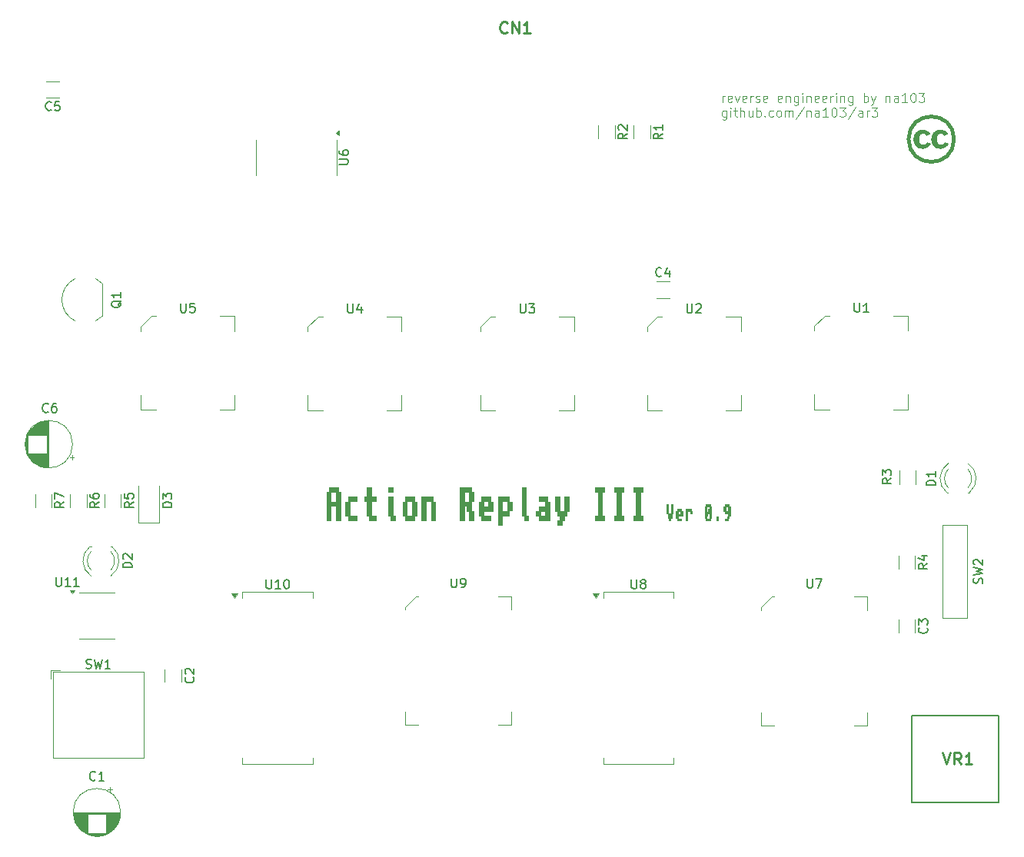
<source format=gbr>
%TF.GenerationSoftware,KiCad,Pcbnew,8.0.3*%
%TF.CreationDate,2024-07-14T08:49:10+02:00*%
%TF.ProjectId,ARIII,41524949-492e-46b6-9963-61645f706362,rev?*%
%TF.SameCoordinates,Original*%
%TF.FileFunction,Legend,Top*%
%TF.FilePolarity,Positive*%
%FSLAX46Y46*%
G04 Gerber Fmt 4.6, Leading zero omitted, Abs format (unit mm)*
G04 Created by KiCad (PCBNEW 8.0.3) date 2024-07-14 08:49:10*
%MOMM*%
%LPD*%
G01*
G04 APERTURE LIST*
%ADD10C,0.300000*%
%ADD11C,0.100000*%
%ADD12C,0.254000*%
%ADD13C,0.150000*%
%ADD14C,0.200000*%
%ADD15C,0.120000*%
%ADD16C,0.400000*%
%ADD17C,0.000000*%
G04 APERTURE END LIST*
D10*
G36*
X120641311Y-92935324D02*
G01*
X120885310Y-92935324D01*
X120885310Y-96124159D01*
X120313049Y-96124159D01*
X120313049Y-94537801D01*
X119853628Y-94537801D01*
X119853628Y-96124159D01*
X119281367Y-96124159D01*
X119281367Y-93967006D01*
X119853628Y-93967006D01*
X120313049Y-93967006D01*
X120313049Y-92990279D01*
X119853628Y-92990279D01*
X119853628Y-93967006D01*
X119281367Y-93967006D01*
X119281367Y-92935324D01*
X119562735Y-92935324D01*
X119562735Y-92419483D01*
X120641311Y-92419483D01*
X120641311Y-92935324D01*
G37*
G36*
X121661270Y-93451165D02*
G01*
X122739846Y-93451165D01*
X122739846Y-94021960D01*
X121952163Y-94021960D01*
X121952163Y-95553363D01*
X122739846Y-95553363D01*
X122739846Y-96124159D01*
X121661270Y-96124159D01*
X121661270Y-95600258D01*
X121379902Y-95600258D01*
X121379902Y-93967006D01*
X121661270Y-93967006D01*
X121661270Y-93451165D01*
G37*
G36*
X124322540Y-95553363D02*
G01*
X124838381Y-95553363D01*
X124838381Y-96124159D01*
X123994277Y-96124159D01*
X123994277Y-95608318D01*
X123750279Y-95608318D01*
X123750279Y-94021960D01*
X123478436Y-94021960D01*
X123478436Y-93451165D01*
X123750279Y-93451165D01*
X123750279Y-92419483D01*
X124322540Y-92419483D01*
X124322540Y-93451165D01*
X124838381Y-93451165D01*
X124838381Y-94021960D01*
X124322540Y-94021960D01*
X124322540Y-95553363D01*
G37*
G36*
X126092812Y-93451165D02*
G01*
X126665073Y-93451165D01*
X126665073Y-95553363D01*
X126936915Y-95553363D01*
X126936915Y-96124159D01*
X126364654Y-96124159D01*
X126364654Y-95608318D01*
X126092812Y-95608318D01*
X126092812Y-93451165D01*
G37*
G36*
X126092812Y-92419483D02*
G01*
X126665073Y-92419483D01*
X126665073Y-92990279D01*
X126092812Y-92990279D01*
X126092812Y-92419483D01*
G37*
G36*
X129035450Y-93967006D02*
G01*
X129279448Y-93967006D01*
X129279448Y-95600258D01*
X129035450Y-95600258D01*
X129035450Y-96124159D01*
X127956873Y-96124159D01*
X127956873Y-95600258D01*
X127675505Y-95600258D01*
X127675505Y-95553363D01*
X128247766Y-95553363D01*
X128707187Y-95553363D01*
X128707187Y-94021960D01*
X128247766Y-94021960D01*
X128247766Y-95553363D01*
X127675505Y-95553363D01*
X127675505Y-93967006D01*
X127956873Y-93967006D01*
X127956873Y-93451165D01*
X129035450Y-93451165D01*
X129035450Y-93967006D01*
G37*
G36*
X130346301Y-96124159D02*
G01*
X129774040Y-96124159D01*
X129774040Y-93451165D01*
X131115666Y-93451165D01*
X131115666Y-93967006D01*
X131377983Y-93967006D01*
X131377983Y-96124159D01*
X130805722Y-96124159D01*
X130805722Y-94021960D01*
X130346301Y-94021960D01*
X130346301Y-96124159D01*
G37*
G36*
X135331053Y-92935324D02*
G01*
X135575052Y-92935324D01*
X135575052Y-94013900D01*
X135331053Y-94013900D01*
X135331053Y-95045582D01*
X135575052Y-95045582D01*
X135575052Y-96124159D01*
X135002791Y-96124159D01*
X135002791Y-95092477D01*
X134758792Y-95092477D01*
X134758792Y-94537801D01*
X134543370Y-94537801D01*
X134543370Y-96124159D01*
X133971109Y-96124159D01*
X133971109Y-93967006D01*
X134543370Y-93967006D01*
X135002791Y-93967006D01*
X135002791Y-92990279D01*
X134543370Y-92990279D01*
X134543370Y-93967006D01*
X133971109Y-93967006D01*
X133971109Y-92419483D01*
X135331053Y-92419483D01*
X135331053Y-92935324D01*
G37*
G36*
X137429588Y-93967006D02*
G01*
X137673586Y-93967006D01*
X137673586Y-95092477D01*
X136641905Y-95092477D01*
X136641905Y-95553363D01*
X137429588Y-95553363D01*
X137429588Y-96124159D01*
X136351011Y-96124159D01*
X136351011Y-95600258D01*
X136069644Y-95600258D01*
X136069644Y-94521681D01*
X136641905Y-94521681D01*
X137101325Y-94521681D01*
X137101325Y-94021960D01*
X136641905Y-94021960D01*
X136641905Y-94521681D01*
X136069644Y-94521681D01*
X136069644Y-93967006D01*
X136351011Y-93967006D01*
X136351011Y-93451165D01*
X137429588Y-93451165D01*
X137429588Y-93967006D01*
G37*
G36*
X139509804Y-93967006D02*
G01*
X139772121Y-93967006D01*
X139772121Y-95045582D01*
X139509804Y-95045582D01*
X139509804Y-95608318D01*
X138740439Y-95608318D01*
X138740439Y-96640000D01*
X138168178Y-96640000D01*
X138168178Y-95037522D01*
X138740439Y-95037522D01*
X139199860Y-95037522D01*
X139199860Y-94021960D01*
X138740439Y-94021960D01*
X138740439Y-95037522D01*
X138168178Y-95037522D01*
X138168178Y-93451165D01*
X139509804Y-93451165D01*
X139509804Y-93967006D01*
G37*
G36*
X140782554Y-92419483D02*
G01*
X141354815Y-92419483D01*
X141354815Y-95553363D01*
X141626657Y-95553363D01*
X141626657Y-96124159D01*
X141054396Y-96124159D01*
X141054396Y-95608318D01*
X140782554Y-95608318D01*
X140782554Y-92419483D01*
G37*
G36*
X143725191Y-93975066D02*
G01*
X143969190Y-93975066D01*
X143969190Y-96124159D01*
X142646615Y-96124159D01*
X142646615Y-95600258D01*
X142365247Y-95600258D01*
X142365247Y-95553363D01*
X142937508Y-95553363D01*
X143396929Y-95553363D01*
X143396929Y-95084417D01*
X142937508Y-95084417D01*
X142937508Y-95553363D01*
X142365247Y-95553363D01*
X142365247Y-95037522D01*
X142646615Y-95037522D01*
X142646615Y-94521681D01*
X143396929Y-94521681D01*
X143396929Y-94021960D01*
X142646615Y-94021960D01*
X142646615Y-93451165D01*
X143725191Y-93451165D01*
X143725191Y-93975066D01*
G37*
G36*
X145504989Y-93451165D02*
G01*
X146067725Y-93451165D01*
X146067725Y-95092477D01*
X145814200Y-95092477D01*
X145814200Y-95608318D01*
X145551884Y-95608318D01*
X145551884Y-96124159D01*
X145307885Y-96124159D01*
X145307885Y-96640000D01*
X144735624Y-96640000D01*
X144735624Y-96069204D01*
X144989148Y-96069204D01*
X144989148Y-95608318D01*
X144735624Y-95608318D01*
X144735624Y-95092477D01*
X144463782Y-95092477D01*
X144463782Y-93451165D01*
X145036043Y-93451165D01*
X145036043Y-95045582D01*
X145504989Y-95045582D01*
X145504989Y-93451165D01*
G37*
G36*
X148895324Y-92419483D02*
G01*
X149973900Y-92419483D01*
X149973900Y-92990279D01*
X149739427Y-92990279D01*
X149739427Y-95553363D01*
X149973900Y-95553363D01*
X149973900Y-96124159D01*
X148895324Y-96124159D01*
X148895324Y-95553363D01*
X149167166Y-95553363D01*
X149167166Y-92990279D01*
X148895324Y-92990279D01*
X148895324Y-92419483D01*
G37*
G36*
X150993859Y-92419483D02*
G01*
X152072435Y-92419483D01*
X152072435Y-92990279D01*
X151837962Y-92990279D01*
X151837962Y-95553363D01*
X152072435Y-95553363D01*
X152072435Y-96124159D01*
X150993859Y-96124159D01*
X150993859Y-95553363D01*
X151265701Y-95553363D01*
X151265701Y-92990279D01*
X150993859Y-92990279D01*
X150993859Y-92419483D01*
G37*
G36*
X153092393Y-92419483D02*
G01*
X154170969Y-92419483D01*
X154170969Y-92990279D01*
X153936496Y-92990279D01*
X153936496Y-95553363D01*
X154170969Y-95553363D01*
X154170969Y-96124159D01*
X153092393Y-96124159D01*
X153092393Y-95553363D01*
X153364235Y-95553363D01*
X153364235Y-92990279D01*
X153092393Y-92990279D01*
X153092393Y-92419483D01*
G37*
G36*
X156740683Y-94284741D02*
G01*
X157026814Y-94284741D01*
X157026814Y-95316423D01*
X157261287Y-95316423D01*
X157261287Y-94284741D01*
X157542655Y-94284741D01*
X157542655Y-95363318D01*
X157420655Y-95363318D01*
X157420655Y-95871465D01*
X157284734Y-95871465D01*
X157284734Y-96137079D01*
X157003367Y-96137079D01*
X157003367Y-95871465D01*
X156881367Y-95871465D01*
X156881367Y-95363318D01*
X156740683Y-95363318D01*
X156740683Y-94284741D01*
G37*
G36*
X158469923Y-95058503D02*
G01*
X158591922Y-95058503D01*
X158591922Y-95621238D01*
X158076081Y-95621238D01*
X158076081Y-95851681D01*
X158469923Y-95851681D01*
X158469923Y-96137079D01*
X157930635Y-96137079D01*
X157930635Y-95875129D01*
X157789951Y-95875129D01*
X157789951Y-95335840D01*
X158076081Y-95335840D01*
X158305792Y-95335840D01*
X158305792Y-95085980D01*
X158076081Y-95085980D01*
X158076081Y-95335840D01*
X157789951Y-95335840D01*
X157789951Y-95058503D01*
X157930635Y-95058503D01*
X157930635Y-94800582D01*
X158469923Y-94800582D01*
X158469923Y-95058503D01*
G37*
G36*
X159125348Y-96137079D02*
G01*
X158839218Y-96137079D01*
X158839218Y-94800582D01*
X159510031Y-94800582D01*
X159510031Y-95058503D01*
X159641189Y-95058503D01*
X159641189Y-95343900D01*
X159355059Y-95343900D01*
X159355059Y-95085980D01*
X159125348Y-95085980D01*
X159125348Y-96137079D01*
G37*
G36*
X161617725Y-94542662D02*
G01*
X161739724Y-94542662D01*
X161739724Y-95875129D01*
X161617725Y-95875129D01*
X161617725Y-96137079D01*
X161078436Y-96137079D01*
X161078436Y-95875129D01*
X160937752Y-95875129D01*
X160937752Y-95621238D01*
X161223883Y-95621238D01*
X161223883Y-95851681D01*
X161453593Y-95851681D01*
X161453593Y-95339870D01*
X161350645Y-95339870D01*
X161350645Y-95621238D01*
X161223883Y-95621238D01*
X160937752Y-95621238D01*
X160937752Y-95081950D01*
X161223883Y-95081950D01*
X161327198Y-95081950D01*
X161327198Y-94800582D01*
X161453593Y-94800582D01*
X161453593Y-94570139D01*
X161223883Y-94570139D01*
X161223883Y-95081950D01*
X160937752Y-95081950D01*
X160937752Y-94542662D01*
X161078436Y-94542662D01*
X161078436Y-94284741D01*
X161617725Y-94284741D01*
X161617725Y-94542662D01*
G37*
G36*
X162244940Y-95597791D02*
G01*
X162531071Y-95597791D01*
X162531071Y-96137079D01*
X162244940Y-96137079D01*
X162244940Y-95597791D01*
G37*
G36*
X163716259Y-94542662D02*
G01*
X163838258Y-94542662D01*
X163838258Y-95609515D01*
X163716259Y-95609515D01*
X163716259Y-95875129D01*
X163575575Y-95875129D01*
X163575575Y-96137079D01*
X163153524Y-96137079D01*
X163153524Y-95851681D01*
X163430129Y-95851681D01*
X163430129Y-95586067D01*
X163552128Y-95586067D01*
X163552128Y-95343900D01*
X163153524Y-95343900D01*
X163153524Y-95081950D01*
X163036287Y-95081950D01*
X163036287Y-95058503D01*
X163322418Y-95058503D01*
X163552128Y-95058503D01*
X163552128Y-94570139D01*
X163322418Y-94570139D01*
X163322418Y-95058503D01*
X163036287Y-95058503D01*
X163036287Y-94542662D01*
X163153524Y-94542662D01*
X163153524Y-94284741D01*
X163716259Y-94284741D01*
X163716259Y-94542662D01*
G37*
D11*
X162903884Y-49962475D02*
X162903884Y-49295808D01*
X162903884Y-49486284D02*
X162951503Y-49391046D01*
X162951503Y-49391046D02*
X162999122Y-49343427D01*
X162999122Y-49343427D02*
X163094360Y-49295808D01*
X163094360Y-49295808D02*
X163189598Y-49295808D01*
X163903884Y-49914856D02*
X163808646Y-49962475D01*
X163808646Y-49962475D02*
X163618170Y-49962475D01*
X163618170Y-49962475D02*
X163522932Y-49914856D01*
X163522932Y-49914856D02*
X163475313Y-49819617D01*
X163475313Y-49819617D02*
X163475313Y-49438665D01*
X163475313Y-49438665D02*
X163522932Y-49343427D01*
X163522932Y-49343427D02*
X163618170Y-49295808D01*
X163618170Y-49295808D02*
X163808646Y-49295808D01*
X163808646Y-49295808D02*
X163903884Y-49343427D01*
X163903884Y-49343427D02*
X163951503Y-49438665D01*
X163951503Y-49438665D02*
X163951503Y-49533903D01*
X163951503Y-49533903D02*
X163475313Y-49629141D01*
X164284837Y-49295808D02*
X164522932Y-49962475D01*
X164522932Y-49962475D02*
X164761027Y-49295808D01*
X165522932Y-49914856D02*
X165427694Y-49962475D01*
X165427694Y-49962475D02*
X165237218Y-49962475D01*
X165237218Y-49962475D02*
X165141980Y-49914856D01*
X165141980Y-49914856D02*
X165094361Y-49819617D01*
X165094361Y-49819617D02*
X165094361Y-49438665D01*
X165094361Y-49438665D02*
X165141980Y-49343427D01*
X165141980Y-49343427D02*
X165237218Y-49295808D01*
X165237218Y-49295808D02*
X165427694Y-49295808D01*
X165427694Y-49295808D02*
X165522932Y-49343427D01*
X165522932Y-49343427D02*
X165570551Y-49438665D01*
X165570551Y-49438665D02*
X165570551Y-49533903D01*
X165570551Y-49533903D02*
X165094361Y-49629141D01*
X165999123Y-49962475D02*
X165999123Y-49295808D01*
X165999123Y-49486284D02*
X166046742Y-49391046D01*
X166046742Y-49391046D02*
X166094361Y-49343427D01*
X166094361Y-49343427D02*
X166189599Y-49295808D01*
X166189599Y-49295808D02*
X166284837Y-49295808D01*
X166570552Y-49914856D02*
X166665790Y-49962475D01*
X166665790Y-49962475D02*
X166856266Y-49962475D01*
X166856266Y-49962475D02*
X166951504Y-49914856D01*
X166951504Y-49914856D02*
X166999123Y-49819617D01*
X166999123Y-49819617D02*
X166999123Y-49771998D01*
X166999123Y-49771998D02*
X166951504Y-49676760D01*
X166951504Y-49676760D02*
X166856266Y-49629141D01*
X166856266Y-49629141D02*
X166713409Y-49629141D01*
X166713409Y-49629141D02*
X166618171Y-49581522D01*
X166618171Y-49581522D02*
X166570552Y-49486284D01*
X166570552Y-49486284D02*
X166570552Y-49438665D01*
X166570552Y-49438665D02*
X166618171Y-49343427D01*
X166618171Y-49343427D02*
X166713409Y-49295808D01*
X166713409Y-49295808D02*
X166856266Y-49295808D01*
X166856266Y-49295808D02*
X166951504Y-49343427D01*
X167808647Y-49914856D02*
X167713409Y-49962475D01*
X167713409Y-49962475D02*
X167522933Y-49962475D01*
X167522933Y-49962475D02*
X167427695Y-49914856D01*
X167427695Y-49914856D02*
X167380076Y-49819617D01*
X167380076Y-49819617D02*
X167380076Y-49438665D01*
X167380076Y-49438665D02*
X167427695Y-49343427D01*
X167427695Y-49343427D02*
X167522933Y-49295808D01*
X167522933Y-49295808D02*
X167713409Y-49295808D01*
X167713409Y-49295808D02*
X167808647Y-49343427D01*
X167808647Y-49343427D02*
X167856266Y-49438665D01*
X167856266Y-49438665D02*
X167856266Y-49533903D01*
X167856266Y-49533903D02*
X167380076Y-49629141D01*
X169427695Y-49914856D02*
X169332457Y-49962475D01*
X169332457Y-49962475D02*
X169141981Y-49962475D01*
X169141981Y-49962475D02*
X169046743Y-49914856D01*
X169046743Y-49914856D02*
X168999124Y-49819617D01*
X168999124Y-49819617D02*
X168999124Y-49438665D01*
X168999124Y-49438665D02*
X169046743Y-49343427D01*
X169046743Y-49343427D02*
X169141981Y-49295808D01*
X169141981Y-49295808D02*
X169332457Y-49295808D01*
X169332457Y-49295808D02*
X169427695Y-49343427D01*
X169427695Y-49343427D02*
X169475314Y-49438665D01*
X169475314Y-49438665D02*
X169475314Y-49533903D01*
X169475314Y-49533903D02*
X168999124Y-49629141D01*
X169903886Y-49295808D02*
X169903886Y-49962475D01*
X169903886Y-49391046D02*
X169951505Y-49343427D01*
X169951505Y-49343427D02*
X170046743Y-49295808D01*
X170046743Y-49295808D02*
X170189600Y-49295808D01*
X170189600Y-49295808D02*
X170284838Y-49343427D01*
X170284838Y-49343427D02*
X170332457Y-49438665D01*
X170332457Y-49438665D02*
X170332457Y-49962475D01*
X171237219Y-49295808D02*
X171237219Y-50105332D01*
X171237219Y-50105332D02*
X171189600Y-50200570D01*
X171189600Y-50200570D02*
X171141981Y-50248189D01*
X171141981Y-50248189D02*
X171046743Y-50295808D01*
X171046743Y-50295808D02*
X170903886Y-50295808D01*
X170903886Y-50295808D02*
X170808648Y-50248189D01*
X171237219Y-49914856D02*
X171141981Y-49962475D01*
X171141981Y-49962475D02*
X170951505Y-49962475D01*
X170951505Y-49962475D02*
X170856267Y-49914856D01*
X170856267Y-49914856D02*
X170808648Y-49867236D01*
X170808648Y-49867236D02*
X170761029Y-49771998D01*
X170761029Y-49771998D02*
X170761029Y-49486284D01*
X170761029Y-49486284D02*
X170808648Y-49391046D01*
X170808648Y-49391046D02*
X170856267Y-49343427D01*
X170856267Y-49343427D02*
X170951505Y-49295808D01*
X170951505Y-49295808D02*
X171141981Y-49295808D01*
X171141981Y-49295808D02*
X171237219Y-49343427D01*
X171713410Y-49962475D02*
X171713410Y-49295808D01*
X171713410Y-48962475D02*
X171665791Y-49010094D01*
X171665791Y-49010094D02*
X171713410Y-49057713D01*
X171713410Y-49057713D02*
X171761029Y-49010094D01*
X171761029Y-49010094D02*
X171713410Y-48962475D01*
X171713410Y-48962475D02*
X171713410Y-49057713D01*
X172189600Y-49295808D02*
X172189600Y-49962475D01*
X172189600Y-49391046D02*
X172237219Y-49343427D01*
X172237219Y-49343427D02*
X172332457Y-49295808D01*
X172332457Y-49295808D02*
X172475314Y-49295808D01*
X172475314Y-49295808D02*
X172570552Y-49343427D01*
X172570552Y-49343427D02*
X172618171Y-49438665D01*
X172618171Y-49438665D02*
X172618171Y-49962475D01*
X173475314Y-49914856D02*
X173380076Y-49962475D01*
X173380076Y-49962475D02*
X173189600Y-49962475D01*
X173189600Y-49962475D02*
X173094362Y-49914856D01*
X173094362Y-49914856D02*
X173046743Y-49819617D01*
X173046743Y-49819617D02*
X173046743Y-49438665D01*
X173046743Y-49438665D02*
X173094362Y-49343427D01*
X173094362Y-49343427D02*
X173189600Y-49295808D01*
X173189600Y-49295808D02*
X173380076Y-49295808D01*
X173380076Y-49295808D02*
X173475314Y-49343427D01*
X173475314Y-49343427D02*
X173522933Y-49438665D01*
X173522933Y-49438665D02*
X173522933Y-49533903D01*
X173522933Y-49533903D02*
X173046743Y-49629141D01*
X174332457Y-49914856D02*
X174237219Y-49962475D01*
X174237219Y-49962475D02*
X174046743Y-49962475D01*
X174046743Y-49962475D02*
X173951505Y-49914856D01*
X173951505Y-49914856D02*
X173903886Y-49819617D01*
X173903886Y-49819617D02*
X173903886Y-49438665D01*
X173903886Y-49438665D02*
X173951505Y-49343427D01*
X173951505Y-49343427D02*
X174046743Y-49295808D01*
X174046743Y-49295808D02*
X174237219Y-49295808D01*
X174237219Y-49295808D02*
X174332457Y-49343427D01*
X174332457Y-49343427D02*
X174380076Y-49438665D01*
X174380076Y-49438665D02*
X174380076Y-49533903D01*
X174380076Y-49533903D02*
X173903886Y-49629141D01*
X174808648Y-49962475D02*
X174808648Y-49295808D01*
X174808648Y-49486284D02*
X174856267Y-49391046D01*
X174856267Y-49391046D02*
X174903886Y-49343427D01*
X174903886Y-49343427D02*
X174999124Y-49295808D01*
X174999124Y-49295808D02*
X175094362Y-49295808D01*
X175427696Y-49962475D02*
X175427696Y-49295808D01*
X175427696Y-48962475D02*
X175380077Y-49010094D01*
X175380077Y-49010094D02*
X175427696Y-49057713D01*
X175427696Y-49057713D02*
X175475315Y-49010094D01*
X175475315Y-49010094D02*
X175427696Y-48962475D01*
X175427696Y-48962475D02*
X175427696Y-49057713D01*
X175903886Y-49295808D02*
X175903886Y-49962475D01*
X175903886Y-49391046D02*
X175951505Y-49343427D01*
X175951505Y-49343427D02*
X176046743Y-49295808D01*
X176046743Y-49295808D02*
X176189600Y-49295808D01*
X176189600Y-49295808D02*
X176284838Y-49343427D01*
X176284838Y-49343427D02*
X176332457Y-49438665D01*
X176332457Y-49438665D02*
X176332457Y-49962475D01*
X177237219Y-49295808D02*
X177237219Y-50105332D01*
X177237219Y-50105332D02*
X177189600Y-50200570D01*
X177189600Y-50200570D02*
X177141981Y-50248189D01*
X177141981Y-50248189D02*
X177046743Y-50295808D01*
X177046743Y-50295808D02*
X176903886Y-50295808D01*
X176903886Y-50295808D02*
X176808648Y-50248189D01*
X177237219Y-49914856D02*
X177141981Y-49962475D01*
X177141981Y-49962475D02*
X176951505Y-49962475D01*
X176951505Y-49962475D02*
X176856267Y-49914856D01*
X176856267Y-49914856D02*
X176808648Y-49867236D01*
X176808648Y-49867236D02*
X176761029Y-49771998D01*
X176761029Y-49771998D02*
X176761029Y-49486284D01*
X176761029Y-49486284D02*
X176808648Y-49391046D01*
X176808648Y-49391046D02*
X176856267Y-49343427D01*
X176856267Y-49343427D02*
X176951505Y-49295808D01*
X176951505Y-49295808D02*
X177141981Y-49295808D01*
X177141981Y-49295808D02*
X177237219Y-49343427D01*
X178475315Y-49962475D02*
X178475315Y-48962475D01*
X178475315Y-49343427D02*
X178570553Y-49295808D01*
X178570553Y-49295808D02*
X178761029Y-49295808D01*
X178761029Y-49295808D02*
X178856267Y-49343427D01*
X178856267Y-49343427D02*
X178903886Y-49391046D01*
X178903886Y-49391046D02*
X178951505Y-49486284D01*
X178951505Y-49486284D02*
X178951505Y-49771998D01*
X178951505Y-49771998D02*
X178903886Y-49867236D01*
X178903886Y-49867236D02*
X178856267Y-49914856D01*
X178856267Y-49914856D02*
X178761029Y-49962475D01*
X178761029Y-49962475D02*
X178570553Y-49962475D01*
X178570553Y-49962475D02*
X178475315Y-49914856D01*
X179284839Y-49295808D02*
X179522934Y-49962475D01*
X179761029Y-49295808D02*
X179522934Y-49962475D01*
X179522934Y-49962475D02*
X179427696Y-50200570D01*
X179427696Y-50200570D02*
X179380077Y-50248189D01*
X179380077Y-50248189D02*
X179284839Y-50295808D01*
X180903887Y-49295808D02*
X180903887Y-49962475D01*
X180903887Y-49391046D02*
X180951506Y-49343427D01*
X180951506Y-49343427D02*
X181046744Y-49295808D01*
X181046744Y-49295808D02*
X181189601Y-49295808D01*
X181189601Y-49295808D02*
X181284839Y-49343427D01*
X181284839Y-49343427D02*
X181332458Y-49438665D01*
X181332458Y-49438665D02*
X181332458Y-49962475D01*
X182237220Y-49962475D02*
X182237220Y-49438665D01*
X182237220Y-49438665D02*
X182189601Y-49343427D01*
X182189601Y-49343427D02*
X182094363Y-49295808D01*
X182094363Y-49295808D02*
X181903887Y-49295808D01*
X181903887Y-49295808D02*
X181808649Y-49343427D01*
X182237220Y-49914856D02*
X182141982Y-49962475D01*
X182141982Y-49962475D02*
X181903887Y-49962475D01*
X181903887Y-49962475D02*
X181808649Y-49914856D01*
X181808649Y-49914856D02*
X181761030Y-49819617D01*
X181761030Y-49819617D02*
X181761030Y-49724379D01*
X181761030Y-49724379D02*
X181808649Y-49629141D01*
X181808649Y-49629141D02*
X181903887Y-49581522D01*
X181903887Y-49581522D02*
X182141982Y-49581522D01*
X182141982Y-49581522D02*
X182237220Y-49533903D01*
X183237220Y-49962475D02*
X182665792Y-49962475D01*
X182951506Y-49962475D02*
X182951506Y-48962475D01*
X182951506Y-48962475D02*
X182856268Y-49105332D01*
X182856268Y-49105332D02*
X182761030Y-49200570D01*
X182761030Y-49200570D02*
X182665792Y-49248189D01*
X183856268Y-48962475D02*
X183951506Y-48962475D01*
X183951506Y-48962475D02*
X184046744Y-49010094D01*
X184046744Y-49010094D02*
X184094363Y-49057713D01*
X184094363Y-49057713D02*
X184141982Y-49152951D01*
X184141982Y-49152951D02*
X184189601Y-49343427D01*
X184189601Y-49343427D02*
X184189601Y-49581522D01*
X184189601Y-49581522D02*
X184141982Y-49771998D01*
X184141982Y-49771998D02*
X184094363Y-49867236D01*
X184094363Y-49867236D02*
X184046744Y-49914856D01*
X184046744Y-49914856D02*
X183951506Y-49962475D01*
X183951506Y-49962475D02*
X183856268Y-49962475D01*
X183856268Y-49962475D02*
X183761030Y-49914856D01*
X183761030Y-49914856D02*
X183713411Y-49867236D01*
X183713411Y-49867236D02*
X183665792Y-49771998D01*
X183665792Y-49771998D02*
X183618173Y-49581522D01*
X183618173Y-49581522D02*
X183618173Y-49343427D01*
X183618173Y-49343427D02*
X183665792Y-49152951D01*
X183665792Y-49152951D02*
X183713411Y-49057713D01*
X183713411Y-49057713D02*
X183761030Y-49010094D01*
X183761030Y-49010094D02*
X183856268Y-48962475D01*
X184522935Y-48962475D02*
X185141982Y-48962475D01*
X185141982Y-48962475D02*
X184808649Y-49343427D01*
X184808649Y-49343427D02*
X184951506Y-49343427D01*
X184951506Y-49343427D02*
X185046744Y-49391046D01*
X185046744Y-49391046D02*
X185094363Y-49438665D01*
X185094363Y-49438665D02*
X185141982Y-49533903D01*
X185141982Y-49533903D02*
X185141982Y-49771998D01*
X185141982Y-49771998D02*
X185094363Y-49867236D01*
X185094363Y-49867236D02*
X185046744Y-49914856D01*
X185046744Y-49914856D02*
X184951506Y-49962475D01*
X184951506Y-49962475D02*
X184665792Y-49962475D01*
X184665792Y-49962475D02*
X184570554Y-49914856D01*
X184570554Y-49914856D02*
X184522935Y-49867236D01*
X163332455Y-50905752D02*
X163332455Y-51715276D01*
X163332455Y-51715276D02*
X163284836Y-51810514D01*
X163284836Y-51810514D02*
X163237217Y-51858133D01*
X163237217Y-51858133D02*
X163141979Y-51905752D01*
X163141979Y-51905752D02*
X162999122Y-51905752D01*
X162999122Y-51905752D02*
X162903884Y-51858133D01*
X163332455Y-51524800D02*
X163237217Y-51572419D01*
X163237217Y-51572419D02*
X163046741Y-51572419D01*
X163046741Y-51572419D02*
X162951503Y-51524800D01*
X162951503Y-51524800D02*
X162903884Y-51477180D01*
X162903884Y-51477180D02*
X162856265Y-51381942D01*
X162856265Y-51381942D02*
X162856265Y-51096228D01*
X162856265Y-51096228D02*
X162903884Y-51000990D01*
X162903884Y-51000990D02*
X162951503Y-50953371D01*
X162951503Y-50953371D02*
X163046741Y-50905752D01*
X163046741Y-50905752D02*
X163237217Y-50905752D01*
X163237217Y-50905752D02*
X163332455Y-50953371D01*
X163808646Y-51572419D02*
X163808646Y-50905752D01*
X163808646Y-50572419D02*
X163761027Y-50620038D01*
X163761027Y-50620038D02*
X163808646Y-50667657D01*
X163808646Y-50667657D02*
X163856265Y-50620038D01*
X163856265Y-50620038D02*
X163808646Y-50572419D01*
X163808646Y-50572419D02*
X163808646Y-50667657D01*
X164141979Y-50905752D02*
X164522931Y-50905752D01*
X164284836Y-50572419D02*
X164284836Y-51429561D01*
X164284836Y-51429561D02*
X164332455Y-51524800D01*
X164332455Y-51524800D02*
X164427693Y-51572419D01*
X164427693Y-51572419D02*
X164522931Y-51572419D01*
X164856265Y-51572419D02*
X164856265Y-50572419D01*
X165284836Y-51572419D02*
X165284836Y-51048609D01*
X165284836Y-51048609D02*
X165237217Y-50953371D01*
X165237217Y-50953371D02*
X165141979Y-50905752D01*
X165141979Y-50905752D02*
X164999122Y-50905752D01*
X164999122Y-50905752D02*
X164903884Y-50953371D01*
X164903884Y-50953371D02*
X164856265Y-51000990D01*
X166189598Y-50905752D02*
X166189598Y-51572419D01*
X165761027Y-50905752D02*
X165761027Y-51429561D01*
X165761027Y-51429561D02*
X165808646Y-51524800D01*
X165808646Y-51524800D02*
X165903884Y-51572419D01*
X165903884Y-51572419D02*
X166046741Y-51572419D01*
X166046741Y-51572419D02*
X166141979Y-51524800D01*
X166141979Y-51524800D02*
X166189598Y-51477180D01*
X166665789Y-51572419D02*
X166665789Y-50572419D01*
X166665789Y-50953371D02*
X166761027Y-50905752D01*
X166761027Y-50905752D02*
X166951503Y-50905752D01*
X166951503Y-50905752D02*
X167046741Y-50953371D01*
X167046741Y-50953371D02*
X167094360Y-51000990D01*
X167094360Y-51000990D02*
X167141979Y-51096228D01*
X167141979Y-51096228D02*
X167141979Y-51381942D01*
X167141979Y-51381942D02*
X167094360Y-51477180D01*
X167094360Y-51477180D02*
X167046741Y-51524800D01*
X167046741Y-51524800D02*
X166951503Y-51572419D01*
X166951503Y-51572419D02*
X166761027Y-51572419D01*
X166761027Y-51572419D02*
X166665789Y-51524800D01*
X167570551Y-51477180D02*
X167618170Y-51524800D01*
X167618170Y-51524800D02*
X167570551Y-51572419D01*
X167570551Y-51572419D02*
X167522932Y-51524800D01*
X167522932Y-51524800D02*
X167570551Y-51477180D01*
X167570551Y-51477180D02*
X167570551Y-51572419D01*
X168475312Y-51524800D02*
X168380074Y-51572419D01*
X168380074Y-51572419D02*
X168189598Y-51572419D01*
X168189598Y-51572419D02*
X168094360Y-51524800D01*
X168094360Y-51524800D02*
X168046741Y-51477180D01*
X168046741Y-51477180D02*
X167999122Y-51381942D01*
X167999122Y-51381942D02*
X167999122Y-51096228D01*
X167999122Y-51096228D02*
X168046741Y-51000990D01*
X168046741Y-51000990D02*
X168094360Y-50953371D01*
X168094360Y-50953371D02*
X168189598Y-50905752D01*
X168189598Y-50905752D02*
X168380074Y-50905752D01*
X168380074Y-50905752D02*
X168475312Y-50953371D01*
X169046741Y-51572419D02*
X168951503Y-51524800D01*
X168951503Y-51524800D02*
X168903884Y-51477180D01*
X168903884Y-51477180D02*
X168856265Y-51381942D01*
X168856265Y-51381942D02*
X168856265Y-51096228D01*
X168856265Y-51096228D02*
X168903884Y-51000990D01*
X168903884Y-51000990D02*
X168951503Y-50953371D01*
X168951503Y-50953371D02*
X169046741Y-50905752D01*
X169046741Y-50905752D02*
X169189598Y-50905752D01*
X169189598Y-50905752D02*
X169284836Y-50953371D01*
X169284836Y-50953371D02*
X169332455Y-51000990D01*
X169332455Y-51000990D02*
X169380074Y-51096228D01*
X169380074Y-51096228D02*
X169380074Y-51381942D01*
X169380074Y-51381942D02*
X169332455Y-51477180D01*
X169332455Y-51477180D02*
X169284836Y-51524800D01*
X169284836Y-51524800D02*
X169189598Y-51572419D01*
X169189598Y-51572419D02*
X169046741Y-51572419D01*
X169808646Y-51572419D02*
X169808646Y-50905752D01*
X169808646Y-51000990D02*
X169856265Y-50953371D01*
X169856265Y-50953371D02*
X169951503Y-50905752D01*
X169951503Y-50905752D02*
X170094360Y-50905752D01*
X170094360Y-50905752D02*
X170189598Y-50953371D01*
X170189598Y-50953371D02*
X170237217Y-51048609D01*
X170237217Y-51048609D02*
X170237217Y-51572419D01*
X170237217Y-51048609D02*
X170284836Y-50953371D01*
X170284836Y-50953371D02*
X170380074Y-50905752D01*
X170380074Y-50905752D02*
X170522931Y-50905752D01*
X170522931Y-50905752D02*
X170618170Y-50953371D01*
X170618170Y-50953371D02*
X170665789Y-51048609D01*
X170665789Y-51048609D02*
X170665789Y-51572419D01*
X171856264Y-50524800D02*
X170999122Y-51810514D01*
X172189598Y-50905752D02*
X172189598Y-51572419D01*
X172189598Y-51000990D02*
X172237217Y-50953371D01*
X172237217Y-50953371D02*
X172332455Y-50905752D01*
X172332455Y-50905752D02*
X172475312Y-50905752D01*
X172475312Y-50905752D02*
X172570550Y-50953371D01*
X172570550Y-50953371D02*
X172618169Y-51048609D01*
X172618169Y-51048609D02*
X172618169Y-51572419D01*
X173522931Y-51572419D02*
X173522931Y-51048609D01*
X173522931Y-51048609D02*
X173475312Y-50953371D01*
X173475312Y-50953371D02*
X173380074Y-50905752D01*
X173380074Y-50905752D02*
X173189598Y-50905752D01*
X173189598Y-50905752D02*
X173094360Y-50953371D01*
X173522931Y-51524800D02*
X173427693Y-51572419D01*
X173427693Y-51572419D02*
X173189598Y-51572419D01*
X173189598Y-51572419D02*
X173094360Y-51524800D01*
X173094360Y-51524800D02*
X173046741Y-51429561D01*
X173046741Y-51429561D02*
X173046741Y-51334323D01*
X173046741Y-51334323D02*
X173094360Y-51239085D01*
X173094360Y-51239085D02*
X173189598Y-51191466D01*
X173189598Y-51191466D02*
X173427693Y-51191466D01*
X173427693Y-51191466D02*
X173522931Y-51143847D01*
X174522931Y-51572419D02*
X173951503Y-51572419D01*
X174237217Y-51572419D02*
X174237217Y-50572419D01*
X174237217Y-50572419D02*
X174141979Y-50715276D01*
X174141979Y-50715276D02*
X174046741Y-50810514D01*
X174046741Y-50810514D02*
X173951503Y-50858133D01*
X175141979Y-50572419D02*
X175237217Y-50572419D01*
X175237217Y-50572419D02*
X175332455Y-50620038D01*
X175332455Y-50620038D02*
X175380074Y-50667657D01*
X175380074Y-50667657D02*
X175427693Y-50762895D01*
X175427693Y-50762895D02*
X175475312Y-50953371D01*
X175475312Y-50953371D02*
X175475312Y-51191466D01*
X175475312Y-51191466D02*
X175427693Y-51381942D01*
X175427693Y-51381942D02*
X175380074Y-51477180D01*
X175380074Y-51477180D02*
X175332455Y-51524800D01*
X175332455Y-51524800D02*
X175237217Y-51572419D01*
X175237217Y-51572419D02*
X175141979Y-51572419D01*
X175141979Y-51572419D02*
X175046741Y-51524800D01*
X175046741Y-51524800D02*
X174999122Y-51477180D01*
X174999122Y-51477180D02*
X174951503Y-51381942D01*
X174951503Y-51381942D02*
X174903884Y-51191466D01*
X174903884Y-51191466D02*
X174903884Y-50953371D01*
X174903884Y-50953371D02*
X174951503Y-50762895D01*
X174951503Y-50762895D02*
X174999122Y-50667657D01*
X174999122Y-50667657D02*
X175046741Y-50620038D01*
X175046741Y-50620038D02*
X175141979Y-50572419D01*
X175808646Y-50572419D02*
X176427693Y-50572419D01*
X176427693Y-50572419D02*
X176094360Y-50953371D01*
X176094360Y-50953371D02*
X176237217Y-50953371D01*
X176237217Y-50953371D02*
X176332455Y-51000990D01*
X176332455Y-51000990D02*
X176380074Y-51048609D01*
X176380074Y-51048609D02*
X176427693Y-51143847D01*
X176427693Y-51143847D02*
X176427693Y-51381942D01*
X176427693Y-51381942D02*
X176380074Y-51477180D01*
X176380074Y-51477180D02*
X176332455Y-51524800D01*
X176332455Y-51524800D02*
X176237217Y-51572419D01*
X176237217Y-51572419D02*
X175951503Y-51572419D01*
X175951503Y-51572419D02*
X175856265Y-51524800D01*
X175856265Y-51524800D02*
X175808646Y-51477180D01*
X177570550Y-50524800D02*
X176713408Y-51810514D01*
X178332455Y-51572419D02*
X178332455Y-51048609D01*
X178332455Y-51048609D02*
X178284836Y-50953371D01*
X178284836Y-50953371D02*
X178189598Y-50905752D01*
X178189598Y-50905752D02*
X177999122Y-50905752D01*
X177999122Y-50905752D02*
X177903884Y-50953371D01*
X178332455Y-51524800D02*
X178237217Y-51572419D01*
X178237217Y-51572419D02*
X177999122Y-51572419D01*
X177999122Y-51572419D02*
X177903884Y-51524800D01*
X177903884Y-51524800D02*
X177856265Y-51429561D01*
X177856265Y-51429561D02*
X177856265Y-51334323D01*
X177856265Y-51334323D02*
X177903884Y-51239085D01*
X177903884Y-51239085D02*
X177999122Y-51191466D01*
X177999122Y-51191466D02*
X178237217Y-51191466D01*
X178237217Y-51191466D02*
X178332455Y-51143847D01*
X178808646Y-51572419D02*
X178808646Y-50905752D01*
X178808646Y-51096228D02*
X178856265Y-51000990D01*
X178856265Y-51000990D02*
X178903884Y-50953371D01*
X178903884Y-50953371D02*
X178999122Y-50905752D01*
X178999122Y-50905752D02*
X179094360Y-50905752D01*
X179332456Y-50572419D02*
X179951503Y-50572419D01*
X179951503Y-50572419D02*
X179618170Y-50953371D01*
X179618170Y-50953371D02*
X179761027Y-50953371D01*
X179761027Y-50953371D02*
X179856265Y-51000990D01*
X179856265Y-51000990D02*
X179903884Y-51048609D01*
X179903884Y-51048609D02*
X179951503Y-51143847D01*
X179951503Y-51143847D02*
X179951503Y-51381942D01*
X179951503Y-51381942D02*
X179903884Y-51477180D01*
X179903884Y-51477180D02*
X179856265Y-51524800D01*
X179856265Y-51524800D02*
X179761027Y-51572419D01*
X179761027Y-51572419D02*
X179475313Y-51572419D01*
X179475313Y-51572419D02*
X179380075Y-51524800D01*
X179380075Y-51524800D02*
X179332456Y-51477180D01*
D12*
X187173905Y-121649318D02*
X187597238Y-122919318D01*
X187597238Y-122919318D02*
X188020572Y-121649318D01*
X189169619Y-122919318D02*
X188746285Y-122314556D01*
X188443904Y-122919318D02*
X188443904Y-121649318D01*
X188443904Y-121649318D02*
X188927714Y-121649318D01*
X188927714Y-121649318D02*
X189048666Y-121709794D01*
X189048666Y-121709794D02*
X189109143Y-121770270D01*
X189109143Y-121770270D02*
X189169619Y-121891222D01*
X189169619Y-121891222D02*
X189169619Y-122072651D01*
X189169619Y-122072651D02*
X189109143Y-122193603D01*
X189109143Y-122193603D02*
X189048666Y-122254080D01*
X189048666Y-122254080D02*
X188927714Y-122314556D01*
X188927714Y-122314556D02*
X188443904Y-122314556D01*
X190379143Y-122919318D02*
X189653428Y-122919318D01*
X190016285Y-122919318D02*
X190016285Y-121649318D01*
X190016285Y-121649318D02*
X189895333Y-121830746D01*
X189895333Y-121830746D02*
X189774381Y-121951699D01*
X189774381Y-121951699D02*
X189653428Y-122012175D01*
D13*
X191507200Y-102983332D02*
X191554819Y-102840475D01*
X191554819Y-102840475D02*
X191554819Y-102602380D01*
X191554819Y-102602380D02*
X191507200Y-102507142D01*
X191507200Y-102507142D02*
X191459580Y-102459523D01*
X191459580Y-102459523D02*
X191364342Y-102411904D01*
X191364342Y-102411904D02*
X191269104Y-102411904D01*
X191269104Y-102411904D02*
X191173866Y-102459523D01*
X191173866Y-102459523D02*
X191126247Y-102507142D01*
X191126247Y-102507142D02*
X191078628Y-102602380D01*
X191078628Y-102602380D02*
X191031009Y-102792856D01*
X191031009Y-102792856D02*
X190983390Y-102888094D01*
X190983390Y-102888094D02*
X190935771Y-102935713D01*
X190935771Y-102935713D02*
X190840533Y-102983332D01*
X190840533Y-102983332D02*
X190745295Y-102983332D01*
X190745295Y-102983332D02*
X190650057Y-102935713D01*
X190650057Y-102935713D02*
X190602438Y-102888094D01*
X190602438Y-102888094D02*
X190554819Y-102792856D01*
X190554819Y-102792856D02*
X190554819Y-102554761D01*
X190554819Y-102554761D02*
X190602438Y-102411904D01*
X190554819Y-102078570D02*
X191554819Y-101840475D01*
X191554819Y-101840475D02*
X190840533Y-101649999D01*
X190840533Y-101649999D02*
X191554819Y-101459523D01*
X191554819Y-101459523D02*
X190554819Y-101221428D01*
X190650057Y-100888094D02*
X190602438Y-100840475D01*
X190602438Y-100840475D02*
X190554819Y-100745237D01*
X190554819Y-100745237D02*
X190554819Y-100507142D01*
X190554819Y-100507142D02*
X190602438Y-100411904D01*
X190602438Y-100411904D02*
X190650057Y-100364285D01*
X190650057Y-100364285D02*
X190745295Y-100316666D01*
X190745295Y-100316666D02*
X190840533Y-100316666D01*
X190840533Y-100316666D02*
X190983390Y-100364285D01*
X190983390Y-100364285D02*
X191554819Y-100935713D01*
X191554819Y-100935713D02*
X191554819Y-100316666D01*
X93833333Y-124609580D02*
X93785714Y-124657200D01*
X93785714Y-124657200D02*
X93642857Y-124704819D01*
X93642857Y-124704819D02*
X93547619Y-124704819D01*
X93547619Y-124704819D02*
X93404762Y-124657200D01*
X93404762Y-124657200D02*
X93309524Y-124561961D01*
X93309524Y-124561961D02*
X93261905Y-124466723D01*
X93261905Y-124466723D02*
X93214286Y-124276247D01*
X93214286Y-124276247D02*
X93214286Y-124133390D01*
X93214286Y-124133390D02*
X93261905Y-123942914D01*
X93261905Y-123942914D02*
X93309524Y-123847676D01*
X93309524Y-123847676D02*
X93404762Y-123752438D01*
X93404762Y-123752438D02*
X93547619Y-123704819D01*
X93547619Y-123704819D02*
X93642857Y-123704819D01*
X93642857Y-123704819D02*
X93785714Y-123752438D01*
X93785714Y-123752438D02*
X93833333Y-123800057D01*
X94785714Y-124704819D02*
X94214286Y-124704819D01*
X94500000Y-124704819D02*
X94500000Y-123704819D01*
X94500000Y-123704819D02*
X94404762Y-123847676D01*
X94404762Y-123847676D02*
X94309524Y-123942914D01*
X94309524Y-123942914D02*
X94214286Y-123990533D01*
X97864819Y-101233094D02*
X96864819Y-101233094D01*
X96864819Y-101233094D02*
X96864819Y-100994999D01*
X96864819Y-100994999D02*
X96912438Y-100852142D01*
X96912438Y-100852142D02*
X97007676Y-100756904D01*
X97007676Y-100756904D02*
X97102914Y-100709285D01*
X97102914Y-100709285D02*
X97293390Y-100661666D01*
X97293390Y-100661666D02*
X97436247Y-100661666D01*
X97436247Y-100661666D02*
X97626723Y-100709285D01*
X97626723Y-100709285D02*
X97721961Y-100756904D01*
X97721961Y-100756904D02*
X97817200Y-100852142D01*
X97817200Y-100852142D02*
X97864819Y-100994999D01*
X97864819Y-100994999D02*
X97864819Y-101233094D01*
X96960057Y-100280713D02*
X96912438Y-100233094D01*
X96912438Y-100233094D02*
X96864819Y-100137856D01*
X96864819Y-100137856D02*
X96864819Y-99899761D01*
X96864819Y-99899761D02*
X96912438Y-99804523D01*
X96912438Y-99804523D02*
X96960057Y-99756904D01*
X96960057Y-99756904D02*
X97055295Y-99709285D01*
X97055295Y-99709285D02*
X97150533Y-99709285D01*
X97150533Y-99709285D02*
X97293390Y-99756904D01*
X97293390Y-99756904D02*
X97864819Y-100328332D01*
X97864819Y-100328332D02*
X97864819Y-99709285D01*
X133038095Y-102434819D02*
X133038095Y-103244342D01*
X133038095Y-103244342D02*
X133085714Y-103339580D01*
X133085714Y-103339580D02*
X133133333Y-103387200D01*
X133133333Y-103387200D02*
X133228571Y-103434819D01*
X133228571Y-103434819D02*
X133419047Y-103434819D01*
X133419047Y-103434819D02*
X133514285Y-103387200D01*
X133514285Y-103387200D02*
X133561904Y-103339580D01*
X133561904Y-103339580D02*
X133609523Y-103244342D01*
X133609523Y-103244342D02*
X133609523Y-102434819D01*
X134133333Y-103434819D02*
X134323809Y-103434819D01*
X134323809Y-103434819D02*
X134419047Y-103387200D01*
X134419047Y-103387200D02*
X134466666Y-103339580D01*
X134466666Y-103339580D02*
X134561904Y-103196723D01*
X134561904Y-103196723D02*
X134609523Y-103006247D01*
X134609523Y-103006247D02*
X134609523Y-102625295D01*
X134609523Y-102625295D02*
X134561904Y-102530057D01*
X134561904Y-102530057D02*
X134514285Y-102482438D01*
X134514285Y-102482438D02*
X134419047Y-102434819D01*
X134419047Y-102434819D02*
X134228571Y-102434819D01*
X134228571Y-102434819D02*
X134133333Y-102482438D01*
X134133333Y-102482438D02*
X134085714Y-102530057D01*
X134085714Y-102530057D02*
X134038095Y-102625295D01*
X134038095Y-102625295D02*
X134038095Y-102863390D01*
X134038095Y-102863390D02*
X134085714Y-102958628D01*
X134085714Y-102958628D02*
X134133333Y-103006247D01*
X134133333Y-103006247D02*
X134228571Y-103053866D01*
X134228571Y-103053866D02*
X134419047Y-103053866D01*
X134419047Y-103053866D02*
X134514285Y-103006247D01*
X134514285Y-103006247D02*
X134561904Y-102958628D01*
X134561904Y-102958628D02*
X134609523Y-102863390D01*
X96710057Y-71835238D02*
X96662438Y-71930476D01*
X96662438Y-71930476D02*
X96567200Y-72025714D01*
X96567200Y-72025714D02*
X96424342Y-72168571D01*
X96424342Y-72168571D02*
X96376723Y-72263809D01*
X96376723Y-72263809D02*
X96376723Y-72359047D01*
X96614819Y-72311428D02*
X96567200Y-72406666D01*
X96567200Y-72406666D02*
X96471961Y-72501904D01*
X96471961Y-72501904D02*
X96281485Y-72549523D01*
X96281485Y-72549523D02*
X95948152Y-72549523D01*
X95948152Y-72549523D02*
X95757676Y-72501904D01*
X95757676Y-72501904D02*
X95662438Y-72406666D01*
X95662438Y-72406666D02*
X95614819Y-72311428D01*
X95614819Y-72311428D02*
X95614819Y-72120952D01*
X95614819Y-72120952D02*
X95662438Y-72025714D01*
X95662438Y-72025714D02*
X95757676Y-71930476D01*
X95757676Y-71930476D02*
X95948152Y-71882857D01*
X95948152Y-71882857D02*
X96281485Y-71882857D01*
X96281485Y-71882857D02*
X96471961Y-71930476D01*
X96471961Y-71930476D02*
X96567200Y-72025714D01*
X96567200Y-72025714D02*
X96614819Y-72120952D01*
X96614819Y-72120952D02*
X96614819Y-72311428D01*
X96614819Y-70930476D02*
X96614819Y-71501904D01*
X96614819Y-71216190D02*
X95614819Y-71216190D01*
X95614819Y-71216190D02*
X95757676Y-71311428D01*
X95757676Y-71311428D02*
X95852914Y-71406666D01*
X95852914Y-71406666D02*
X95900533Y-71501904D01*
X121638095Y-72189819D02*
X121638095Y-72999342D01*
X121638095Y-72999342D02*
X121685714Y-73094580D01*
X121685714Y-73094580D02*
X121733333Y-73142200D01*
X121733333Y-73142200D02*
X121828571Y-73189819D01*
X121828571Y-73189819D02*
X122019047Y-73189819D01*
X122019047Y-73189819D02*
X122114285Y-73142200D01*
X122114285Y-73142200D02*
X122161904Y-73094580D01*
X122161904Y-73094580D02*
X122209523Y-72999342D01*
X122209523Y-72999342D02*
X122209523Y-72189819D01*
X123114285Y-72523152D02*
X123114285Y-73189819D01*
X122876190Y-72142200D02*
X122638095Y-72856485D01*
X122638095Y-72856485D02*
X123257142Y-72856485D01*
X92816667Y-112307200D02*
X92959524Y-112354819D01*
X92959524Y-112354819D02*
X93197619Y-112354819D01*
X93197619Y-112354819D02*
X93292857Y-112307200D01*
X93292857Y-112307200D02*
X93340476Y-112259580D01*
X93340476Y-112259580D02*
X93388095Y-112164342D01*
X93388095Y-112164342D02*
X93388095Y-112069104D01*
X93388095Y-112069104D02*
X93340476Y-111973866D01*
X93340476Y-111973866D02*
X93292857Y-111926247D01*
X93292857Y-111926247D02*
X93197619Y-111878628D01*
X93197619Y-111878628D02*
X93007143Y-111831009D01*
X93007143Y-111831009D02*
X92911905Y-111783390D01*
X92911905Y-111783390D02*
X92864286Y-111735771D01*
X92864286Y-111735771D02*
X92816667Y-111640533D01*
X92816667Y-111640533D02*
X92816667Y-111545295D01*
X92816667Y-111545295D02*
X92864286Y-111450057D01*
X92864286Y-111450057D02*
X92911905Y-111402438D01*
X92911905Y-111402438D02*
X93007143Y-111354819D01*
X93007143Y-111354819D02*
X93245238Y-111354819D01*
X93245238Y-111354819D02*
X93388095Y-111402438D01*
X93721429Y-111354819D02*
X93959524Y-112354819D01*
X93959524Y-112354819D02*
X94150000Y-111640533D01*
X94150000Y-111640533D02*
X94340476Y-112354819D01*
X94340476Y-112354819D02*
X94578572Y-111354819D01*
X95483333Y-112354819D02*
X94911905Y-112354819D01*
X95197619Y-112354819D02*
X95197619Y-111354819D01*
X95197619Y-111354819D02*
X95102381Y-111497676D01*
X95102381Y-111497676D02*
X95007143Y-111592914D01*
X95007143Y-111592914D02*
X94911905Y-111640533D01*
X181504819Y-91416666D02*
X181028628Y-91749999D01*
X181504819Y-91988094D02*
X180504819Y-91988094D01*
X180504819Y-91988094D02*
X180504819Y-91607142D01*
X180504819Y-91607142D02*
X180552438Y-91511904D01*
X180552438Y-91511904D02*
X180600057Y-91464285D01*
X180600057Y-91464285D02*
X180695295Y-91416666D01*
X180695295Y-91416666D02*
X180838152Y-91416666D01*
X180838152Y-91416666D02*
X180933390Y-91464285D01*
X180933390Y-91464285D02*
X180981009Y-91511904D01*
X180981009Y-91511904D02*
X181028628Y-91607142D01*
X181028628Y-91607142D02*
X181028628Y-91988094D01*
X180504819Y-91083332D02*
X180504819Y-90464285D01*
X180504819Y-90464285D02*
X180885771Y-90797618D01*
X180885771Y-90797618D02*
X180885771Y-90654761D01*
X180885771Y-90654761D02*
X180933390Y-90559523D01*
X180933390Y-90559523D02*
X180981009Y-90511904D01*
X180981009Y-90511904D02*
X181076247Y-90464285D01*
X181076247Y-90464285D02*
X181314342Y-90464285D01*
X181314342Y-90464285D02*
X181409580Y-90511904D01*
X181409580Y-90511904D02*
X181457200Y-90559523D01*
X181457200Y-90559523D02*
X181504819Y-90654761D01*
X181504819Y-90654761D02*
X181504819Y-90940475D01*
X181504819Y-90940475D02*
X181457200Y-91035713D01*
X181457200Y-91035713D02*
X181409580Y-91083332D01*
X104609580Y-113316666D02*
X104657200Y-113364285D01*
X104657200Y-113364285D02*
X104704819Y-113507142D01*
X104704819Y-113507142D02*
X104704819Y-113602380D01*
X104704819Y-113602380D02*
X104657200Y-113745237D01*
X104657200Y-113745237D02*
X104561961Y-113840475D01*
X104561961Y-113840475D02*
X104466723Y-113888094D01*
X104466723Y-113888094D02*
X104276247Y-113935713D01*
X104276247Y-113935713D02*
X104133390Y-113935713D01*
X104133390Y-113935713D02*
X103942914Y-113888094D01*
X103942914Y-113888094D02*
X103847676Y-113840475D01*
X103847676Y-113840475D02*
X103752438Y-113745237D01*
X103752438Y-113745237D02*
X103704819Y-113602380D01*
X103704819Y-113602380D02*
X103704819Y-113507142D01*
X103704819Y-113507142D02*
X103752438Y-113364285D01*
X103752438Y-113364285D02*
X103800057Y-113316666D01*
X103800057Y-112935713D02*
X103752438Y-112888094D01*
X103752438Y-112888094D02*
X103704819Y-112792856D01*
X103704819Y-112792856D02*
X103704819Y-112554761D01*
X103704819Y-112554761D02*
X103752438Y-112459523D01*
X103752438Y-112459523D02*
X103800057Y-112411904D01*
X103800057Y-112411904D02*
X103895295Y-112364285D01*
X103895295Y-112364285D02*
X103990533Y-112364285D01*
X103990533Y-112364285D02*
X104133390Y-112411904D01*
X104133390Y-112411904D02*
X104704819Y-112983332D01*
X104704819Y-112983332D02*
X104704819Y-112364285D01*
D12*
X139173095Y-42253365D02*
X139112619Y-42313842D01*
X139112619Y-42313842D02*
X138931190Y-42374318D01*
X138931190Y-42374318D02*
X138810238Y-42374318D01*
X138810238Y-42374318D02*
X138628809Y-42313842D01*
X138628809Y-42313842D02*
X138507857Y-42192889D01*
X138507857Y-42192889D02*
X138447380Y-42071937D01*
X138447380Y-42071937D02*
X138386904Y-41830032D01*
X138386904Y-41830032D02*
X138386904Y-41648603D01*
X138386904Y-41648603D02*
X138447380Y-41406699D01*
X138447380Y-41406699D02*
X138507857Y-41285746D01*
X138507857Y-41285746D02*
X138628809Y-41164794D01*
X138628809Y-41164794D02*
X138810238Y-41104318D01*
X138810238Y-41104318D02*
X138931190Y-41104318D01*
X138931190Y-41104318D02*
X139112619Y-41164794D01*
X139112619Y-41164794D02*
X139173095Y-41225270D01*
X139717380Y-42374318D02*
X139717380Y-41104318D01*
X139717380Y-41104318D02*
X140443095Y-42374318D01*
X140443095Y-42374318D02*
X140443095Y-41104318D01*
X141713095Y-42374318D02*
X140987380Y-42374318D01*
X141350237Y-42374318D02*
X141350237Y-41104318D01*
X141350237Y-41104318D02*
X141229285Y-41285746D01*
X141229285Y-41285746D02*
X141108333Y-41406699D01*
X141108333Y-41406699D02*
X140987380Y-41467175D01*
D13*
X152888095Y-102554819D02*
X152888095Y-103364342D01*
X152888095Y-103364342D02*
X152935714Y-103459580D01*
X152935714Y-103459580D02*
X152983333Y-103507200D01*
X152983333Y-103507200D02*
X153078571Y-103554819D01*
X153078571Y-103554819D02*
X153269047Y-103554819D01*
X153269047Y-103554819D02*
X153364285Y-103507200D01*
X153364285Y-103507200D02*
X153411904Y-103459580D01*
X153411904Y-103459580D02*
X153459523Y-103364342D01*
X153459523Y-103364342D02*
X153459523Y-102554819D01*
X154078571Y-102983390D02*
X153983333Y-102935771D01*
X153983333Y-102935771D02*
X153935714Y-102888152D01*
X153935714Y-102888152D02*
X153888095Y-102792914D01*
X153888095Y-102792914D02*
X153888095Y-102745295D01*
X153888095Y-102745295D02*
X153935714Y-102650057D01*
X153935714Y-102650057D02*
X153983333Y-102602438D01*
X153983333Y-102602438D02*
X154078571Y-102554819D01*
X154078571Y-102554819D02*
X154269047Y-102554819D01*
X154269047Y-102554819D02*
X154364285Y-102602438D01*
X154364285Y-102602438D02*
X154411904Y-102650057D01*
X154411904Y-102650057D02*
X154459523Y-102745295D01*
X154459523Y-102745295D02*
X154459523Y-102792914D01*
X154459523Y-102792914D02*
X154411904Y-102888152D01*
X154411904Y-102888152D02*
X154364285Y-102935771D01*
X154364285Y-102935771D02*
X154269047Y-102983390D01*
X154269047Y-102983390D02*
X154078571Y-102983390D01*
X154078571Y-102983390D02*
X153983333Y-103031009D01*
X153983333Y-103031009D02*
X153935714Y-103078628D01*
X153935714Y-103078628D02*
X153888095Y-103173866D01*
X153888095Y-103173866D02*
X153888095Y-103364342D01*
X153888095Y-103364342D02*
X153935714Y-103459580D01*
X153935714Y-103459580D02*
X153983333Y-103507200D01*
X153983333Y-103507200D02*
X154078571Y-103554819D01*
X154078571Y-103554819D02*
X154269047Y-103554819D01*
X154269047Y-103554819D02*
X154364285Y-103507200D01*
X154364285Y-103507200D02*
X154411904Y-103459580D01*
X154411904Y-103459580D02*
X154459523Y-103364342D01*
X154459523Y-103364342D02*
X154459523Y-103173866D01*
X154459523Y-103173866D02*
X154411904Y-103078628D01*
X154411904Y-103078628D02*
X154364285Y-103031009D01*
X154364285Y-103031009D02*
X154269047Y-102983390D01*
X156324819Y-53416666D02*
X155848628Y-53749999D01*
X156324819Y-53988094D02*
X155324819Y-53988094D01*
X155324819Y-53988094D02*
X155324819Y-53607142D01*
X155324819Y-53607142D02*
X155372438Y-53511904D01*
X155372438Y-53511904D02*
X155420057Y-53464285D01*
X155420057Y-53464285D02*
X155515295Y-53416666D01*
X155515295Y-53416666D02*
X155658152Y-53416666D01*
X155658152Y-53416666D02*
X155753390Y-53464285D01*
X155753390Y-53464285D02*
X155801009Y-53511904D01*
X155801009Y-53511904D02*
X155848628Y-53607142D01*
X155848628Y-53607142D02*
X155848628Y-53988094D01*
X156324819Y-52464285D02*
X156324819Y-53035713D01*
X156324819Y-52749999D02*
X155324819Y-52749999D01*
X155324819Y-52749999D02*
X155467676Y-52845237D01*
X155467676Y-52845237D02*
X155562914Y-52940475D01*
X155562914Y-52940475D02*
X155610533Y-53035713D01*
X156183333Y-69109580D02*
X156135714Y-69157200D01*
X156135714Y-69157200D02*
X155992857Y-69204819D01*
X155992857Y-69204819D02*
X155897619Y-69204819D01*
X155897619Y-69204819D02*
X155754762Y-69157200D01*
X155754762Y-69157200D02*
X155659524Y-69061961D01*
X155659524Y-69061961D02*
X155611905Y-68966723D01*
X155611905Y-68966723D02*
X155564286Y-68776247D01*
X155564286Y-68776247D02*
X155564286Y-68633390D01*
X155564286Y-68633390D02*
X155611905Y-68442914D01*
X155611905Y-68442914D02*
X155659524Y-68347676D01*
X155659524Y-68347676D02*
X155754762Y-68252438D01*
X155754762Y-68252438D02*
X155897619Y-68204819D01*
X155897619Y-68204819D02*
X155992857Y-68204819D01*
X155992857Y-68204819D02*
X156135714Y-68252438D01*
X156135714Y-68252438D02*
X156183333Y-68300057D01*
X157040476Y-68538152D02*
X157040476Y-69204819D01*
X156802381Y-68157200D02*
X156564286Y-68871485D01*
X156564286Y-68871485D02*
X157183333Y-68871485D01*
X94224819Y-94016666D02*
X93748628Y-94349999D01*
X94224819Y-94588094D02*
X93224819Y-94588094D01*
X93224819Y-94588094D02*
X93224819Y-94207142D01*
X93224819Y-94207142D02*
X93272438Y-94111904D01*
X93272438Y-94111904D02*
X93320057Y-94064285D01*
X93320057Y-94064285D02*
X93415295Y-94016666D01*
X93415295Y-94016666D02*
X93558152Y-94016666D01*
X93558152Y-94016666D02*
X93653390Y-94064285D01*
X93653390Y-94064285D02*
X93701009Y-94111904D01*
X93701009Y-94111904D02*
X93748628Y-94207142D01*
X93748628Y-94207142D02*
X93748628Y-94588094D01*
X93224819Y-93159523D02*
X93224819Y-93349999D01*
X93224819Y-93349999D02*
X93272438Y-93445237D01*
X93272438Y-93445237D02*
X93320057Y-93492856D01*
X93320057Y-93492856D02*
X93462914Y-93588094D01*
X93462914Y-93588094D02*
X93653390Y-93635713D01*
X93653390Y-93635713D02*
X94034342Y-93635713D01*
X94034342Y-93635713D02*
X94129580Y-93588094D01*
X94129580Y-93588094D02*
X94177200Y-93540475D01*
X94177200Y-93540475D02*
X94224819Y-93445237D01*
X94224819Y-93445237D02*
X94224819Y-93254761D01*
X94224819Y-93254761D02*
X94177200Y-93159523D01*
X94177200Y-93159523D02*
X94129580Y-93111904D01*
X94129580Y-93111904D02*
X94034342Y-93064285D01*
X94034342Y-93064285D02*
X93796247Y-93064285D01*
X93796247Y-93064285D02*
X93701009Y-93111904D01*
X93701009Y-93111904D02*
X93653390Y-93159523D01*
X93653390Y-93159523D02*
X93605771Y-93254761D01*
X93605771Y-93254761D02*
X93605771Y-93445237D01*
X93605771Y-93445237D02*
X93653390Y-93540475D01*
X93653390Y-93540475D02*
X93701009Y-93588094D01*
X93701009Y-93588094D02*
X93796247Y-93635713D01*
X88633333Y-84059580D02*
X88585714Y-84107200D01*
X88585714Y-84107200D02*
X88442857Y-84154819D01*
X88442857Y-84154819D02*
X88347619Y-84154819D01*
X88347619Y-84154819D02*
X88204762Y-84107200D01*
X88204762Y-84107200D02*
X88109524Y-84011961D01*
X88109524Y-84011961D02*
X88061905Y-83916723D01*
X88061905Y-83916723D02*
X88014286Y-83726247D01*
X88014286Y-83726247D02*
X88014286Y-83583390D01*
X88014286Y-83583390D02*
X88061905Y-83392914D01*
X88061905Y-83392914D02*
X88109524Y-83297676D01*
X88109524Y-83297676D02*
X88204762Y-83202438D01*
X88204762Y-83202438D02*
X88347619Y-83154819D01*
X88347619Y-83154819D02*
X88442857Y-83154819D01*
X88442857Y-83154819D02*
X88585714Y-83202438D01*
X88585714Y-83202438D02*
X88633333Y-83250057D01*
X89490476Y-83154819D02*
X89300000Y-83154819D01*
X89300000Y-83154819D02*
X89204762Y-83202438D01*
X89204762Y-83202438D02*
X89157143Y-83250057D01*
X89157143Y-83250057D02*
X89061905Y-83392914D01*
X89061905Y-83392914D02*
X89014286Y-83583390D01*
X89014286Y-83583390D02*
X89014286Y-83964342D01*
X89014286Y-83964342D02*
X89061905Y-84059580D01*
X89061905Y-84059580D02*
X89109524Y-84107200D01*
X89109524Y-84107200D02*
X89204762Y-84154819D01*
X89204762Y-84154819D02*
X89395238Y-84154819D01*
X89395238Y-84154819D02*
X89490476Y-84107200D01*
X89490476Y-84107200D02*
X89538095Y-84059580D01*
X89538095Y-84059580D02*
X89585714Y-83964342D01*
X89585714Y-83964342D02*
X89585714Y-83726247D01*
X89585714Y-83726247D02*
X89538095Y-83631009D01*
X89538095Y-83631009D02*
X89490476Y-83583390D01*
X89490476Y-83583390D02*
X89395238Y-83535771D01*
X89395238Y-83535771D02*
X89204762Y-83535771D01*
X89204762Y-83535771D02*
X89109524Y-83583390D01*
X89109524Y-83583390D02*
X89061905Y-83631009D01*
X89061905Y-83631009D02*
X89014286Y-83726247D01*
X140638095Y-72189819D02*
X140638095Y-72999342D01*
X140638095Y-72999342D02*
X140685714Y-73094580D01*
X140685714Y-73094580D02*
X140733333Y-73142200D01*
X140733333Y-73142200D02*
X140828571Y-73189819D01*
X140828571Y-73189819D02*
X141019047Y-73189819D01*
X141019047Y-73189819D02*
X141114285Y-73142200D01*
X141114285Y-73142200D02*
X141161904Y-73094580D01*
X141161904Y-73094580D02*
X141209523Y-72999342D01*
X141209523Y-72999342D02*
X141209523Y-72189819D01*
X141590476Y-72189819D02*
X142209523Y-72189819D01*
X142209523Y-72189819D02*
X141876190Y-72570771D01*
X141876190Y-72570771D02*
X142019047Y-72570771D01*
X142019047Y-72570771D02*
X142114285Y-72618390D01*
X142114285Y-72618390D02*
X142161904Y-72666009D01*
X142161904Y-72666009D02*
X142209523Y-72761247D01*
X142209523Y-72761247D02*
X142209523Y-72999342D01*
X142209523Y-72999342D02*
X142161904Y-73094580D01*
X142161904Y-73094580D02*
X142114285Y-73142200D01*
X142114285Y-73142200D02*
X142019047Y-73189819D01*
X142019047Y-73189819D02*
X141733333Y-73189819D01*
X141733333Y-73189819D02*
X141638095Y-73142200D01*
X141638095Y-73142200D02*
X141590476Y-73094580D01*
X186344819Y-92168094D02*
X185344819Y-92168094D01*
X185344819Y-92168094D02*
X185344819Y-91929999D01*
X185344819Y-91929999D02*
X185392438Y-91787142D01*
X185392438Y-91787142D02*
X185487676Y-91691904D01*
X185487676Y-91691904D02*
X185582914Y-91644285D01*
X185582914Y-91644285D02*
X185773390Y-91596666D01*
X185773390Y-91596666D02*
X185916247Y-91596666D01*
X185916247Y-91596666D02*
X186106723Y-91644285D01*
X186106723Y-91644285D02*
X186201961Y-91691904D01*
X186201961Y-91691904D02*
X186297200Y-91787142D01*
X186297200Y-91787142D02*
X186344819Y-91929999D01*
X186344819Y-91929999D02*
X186344819Y-92168094D01*
X186344819Y-90644285D02*
X186344819Y-91215713D01*
X186344819Y-90929999D02*
X185344819Y-90929999D01*
X185344819Y-90929999D02*
X185487676Y-91025237D01*
X185487676Y-91025237D02*
X185582914Y-91120475D01*
X185582914Y-91120475D02*
X185630533Y-91215713D01*
X177438095Y-72089819D02*
X177438095Y-72899342D01*
X177438095Y-72899342D02*
X177485714Y-72994580D01*
X177485714Y-72994580D02*
X177533333Y-73042200D01*
X177533333Y-73042200D02*
X177628571Y-73089819D01*
X177628571Y-73089819D02*
X177819047Y-73089819D01*
X177819047Y-73089819D02*
X177914285Y-73042200D01*
X177914285Y-73042200D02*
X177961904Y-72994580D01*
X177961904Y-72994580D02*
X178009523Y-72899342D01*
X178009523Y-72899342D02*
X178009523Y-72089819D01*
X179009523Y-73089819D02*
X178438095Y-73089819D01*
X178723809Y-73089819D02*
X178723809Y-72089819D01*
X178723809Y-72089819D02*
X178628571Y-72232676D01*
X178628571Y-72232676D02*
X178533333Y-72327914D01*
X178533333Y-72327914D02*
X178438095Y-72375533D01*
X103238095Y-72139819D02*
X103238095Y-72949342D01*
X103238095Y-72949342D02*
X103285714Y-73044580D01*
X103285714Y-73044580D02*
X103333333Y-73092200D01*
X103333333Y-73092200D02*
X103428571Y-73139819D01*
X103428571Y-73139819D02*
X103619047Y-73139819D01*
X103619047Y-73139819D02*
X103714285Y-73092200D01*
X103714285Y-73092200D02*
X103761904Y-73044580D01*
X103761904Y-73044580D02*
X103809523Y-72949342D01*
X103809523Y-72949342D02*
X103809523Y-72139819D01*
X104761904Y-72139819D02*
X104285714Y-72139819D01*
X104285714Y-72139819D02*
X104238095Y-72616009D01*
X104238095Y-72616009D02*
X104285714Y-72568390D01*
X104285714Y-72568390D02*
X104380952Y-72520771D01*
X104380952Y-72520771D02*
X104619047Y-72520771D01*
X104619047Y-72520771D02*
X104714285Y-72568390D01*
X104714285Y-72568390D02*
X104761904Y-72616009D01*
X104761904Y-72616009D02*
X104809523Y-72711247D01*
X104809523Y-72711247D02*
X104809523Y-72949342D01*
X104809523Y-72949342D02*
X104761904Y-73044580D01*
X104761904Y-73044580D02*
X104714285Y-73092200D01*
X104714285Y-73092200D02*
X104619047Y-73139819D01*
X104619047Y-73139819D02*
X104380952Y-73139819D01*
X104380952Y-73139819D02*
X104285714Y-73092200D01*
X104285714Y-73092200D02*
X104238095Y-73044580D01*
X185409580Y-107866666D02*
X185457200Y-107914285D01*
X185457200Y-107914285D02*
X185504819Y-108057142D01*
X185504819Y-108057142D02*
X185504819Y-108152380D01*
X185504819Y-108152380D02*
X185457200Y-108295237D01*
X185457200Y-108295237D02*
X185361961Y-108390475D01*
X185361961Y-108390475D02*
X185266723Y-108438094D01*
X185266723Y-108438094D02*
X185076247Y-108485713D01*
X185076247Y-108485713D02*
X184933390Y-108485713D01*
X184933390Y-108485713D02*
X184742914Y-108438094D01*
X184742914Y-108438094D02*
X184647676Y-108390475D01*
X184647676Y-108390475D02*
X184552438Y-108295237D01*
X184552438Y-108295237D02*
X184504819Y-108152380D01*
X184504819Y-108152380D02*
X184504819Y-108057142D01*
X184504819Y-108057142D02*
X184552438Y-107914285D01*
X184552438Y-107914285D02*
X184600057Y-107866666D01*
X184504819Y-107533332D02*
X184504819Y-106914285D01*
X184504819Y-106914285D02*
X184885771Y-107247618D01*
X184885771Y-107247618D02*
X184885771Y-107104761D01*
X184885771Y-107104761D02*
X184933390Y-107009523D01*
X184933390Y-107009523D02*
X184981009Y-106961904D01*
X184981009Y-106961904D02*
X185076247Y-106914285D01*
X185076247Y-106914285D02*
X185314342Y-106914285D01*
X185314342Y-106914285D02*
X185409580Y-106961904D01*
X185409580Y-106961904D02*
X185457200Y-107009523D01*
X185457200Y-107009523D02*
X185504819Y-107104761D01*
X185504819Y-107104761D02*
X185504819Y-107390475D01*
X185504819Y-107390475D02*
X185457200Y-107485713D01*
X185457200Y-107485713D02*
X185409580Y-107533332D01*
X120684819Y-56811904D02*
X121494342Y-56811904D01*
X121494342Y-56811904D02*
X121589580Y-56764285D01*
X121589580Y-56764285D02*
X121637200Y-56716666D01*
X121637200Y-56716666D02*
X121684819Y-56621428D01*
X121684819Y-56621428D02*
X121684819Y-56430952D01*
X121684819Y-56430952D02*
X121637200Y-56335714D01*
X121637200Y-56335714D02*
X121589580Y-56288095D01*
X121589580Y-56288095D02*
X121494342Y-56240476D01*
X121494342Y-56240476D02*
X120684819Y-56240476D01*
X120684819Y-55335714D02*
X120684819Y-55526190D01*
X120684819Y-55526190D02*
X120732438Y-55621428D01*
X120732438Y-55621428D02*
X120780057Y-55669047D01*
X120780057Y-55669047D02*
X120922914Y-55764285D01*
X120922914Y-55764285D02*
X121113390Y-55811904D01*
X121113390Y-55811904D02*
X121494342Y-55811904D01*
X121494342Y-55811904D02*
X121589580Y-55764285D01*
X121589580Y-55764285D02*
X121637200Y-55716666D01*
X121637200Y-55716666D02*
X121684819Y-55621428D01*
X121684819Y-55621428D02*
X121684819Y-55430952D01*
X121684819Y-55430952D02*
X121637200Y-55335714D01*
X121637200Y-55335714D02*
X121589580Y-55288095D01*
X121589580Y-55288095D02*
X121494342Y-55240476D01*
X121494342Y-55240476D02*
X121256247Y-55240476D01*
X121256247Y-55240476D02*
X121161009Y-55288095D01*
X121161009Y-55288095D02*
X121113390Y-55335714D01*
X121113390Y-55335714D02*
X121065771Y-55430952D01*
X121065771Y-55430952D02*
X121065771Y-55621428D01*
X121065771Y-55621428D02*
X121113390Y-55716666D01*
X121113390Y-55716666D02*
X121161009Y-55764285D01*
X121161009Y-55764285D02*
X121256247Y-55811904D01*
X89511905Y-102304819D02*
X89511905Y-103114342D01*
X89511905Y-103114342D02*
X89559524Y-103209580D01*
X89559524Y-103209580D02*
X89607143Y-103257200D01*
X89607143Y-103257200D02*
X89702381Y-103304819D01*
X89702381Y-103304819D02*
X89892857Y-103304819D01*
X89892857Y-103304819D02*
X89988095Y-103257200D01*
X89988095Y-103257200D02*
X90035714Y-103209580D01*
X90035714Y-103209580D02*
X90083333Y-103114342D01*
X90083333Y-103114342D02*
X90083333Y-102304819D01*
X91083333Y-103304819D02*
X90511905Y-103304819D01*
X90797619Y-103304819D02*
X90797619Y-102304819D01*
X90797619Y-102304819D02*
X90702381Y-102447676D01*
X90702381Y-102447676D02*
X90607143Y-102542914D01*
X90607143Y-102542914D02*
X90511905Y-102590533D01*
X92035714Y-103304819D02*
X91464286Y-103304819D01*
X91750000Y-103304819D02*
X91750000Y-102304819D01*
X91750000Y-102304819D02*
X91654762Y-102447676D01*
X91654762Y-102447676D02*
X91559524Y-102542914D01*
X91559524Y-102542914D02*
X91464286Y-102590533D01*
X90374819Y-94016666D02*
X89898628Y-94349999D01*
X90374819Y-94588094D02*
X89374819Y-94588094D01*
X89374819Y-94588094D02*
X89374819Y-94207142D01*
X89374819Y-94207142D02*
X89422438Y-94111904D01*
X89422438Y-94111904D02*
X89470057Y-94064285D01*
X89470057Y-94064285D02*
X89565295Y-94016666D01*
X89565295Y-94016666D02*
X89708152Y-94016666D01*
X89708152Y-94016666D02*
X89803390Y-94064285D01*
X89803390Y-94064285D02*
X89851009Y-94111904D01*
X89851009Y-94111904D02*
X89898628Y-94207142D01*
X89898628Y-94207142D02*
X89898628Y-94588094D01*
X89374819Y-93683332D02*
X89374819Y-93016666D01*
X89374819Y-93016666D02*
X90374819Y-93445237D01*
X102254819Y-94588094D02*
X101254819Y-94588094D01*
X101254819Y-94588094D02*
X101254819Y-94349999D01*
X101254819Y-94349999D02*
X101302438Y-94207142D01*
X101302438Y-94207142D02*
X101397676Y-94111904D01*
X101397676Y-94111904D02*
X101492914Y-94064285D01*
X101492914Y-94064285D02*
X101683390Y-94016666D01*
X101683390Y-94016666D02*
X101826247Y-94016666D01*
X101826247Y-94016666D02*
X102016723Y-94064285D01*
X102016723Y-94064285D02*
X102111961Y-94111904D01*
X102111961Y-94111904D02*
X102207200Y-94207142D01*
X102207200Y-94207142D02*
X102254819Y-94349999D01*
X102254819Y-94349999D02*
X102254819Y-94588094D01*
X101254819Y-93683332D02*
X101254819Y-93064285D01*
X101254819Y-93064285D02*
X101635771Y-93397618D01*
X101635771Y-93397618D02*
X101635771Y-93254761D01*
X101635771Y-93254761D02*
X101683390Y-93159523D01*
X101683390Y-93159523D02*
X101731009Y-93111904D01*
X101731009Y-93111904D02*
X101826247Y-93064285D01*
X101826247Y-93064285D02*
X102064342Y-93064285D01*
X102064342Y-93064285D02*
X102159580Y-93111904D01*
X102159580Y-93111904D02*
X102207200Y-93159523D01*
X102207200Y-93159523D02*
X102254819Y-93254761D01*
X102254819Y-93254761D02*
X102254819Y-93540475D01*
X102254819Y-93540475D02*
X102207200Y-93635713D01*
X102207200Y-93635713D02*
X102159580Y-93683332D01*
X185474819Y-100816666D02*
X184998628Y-101149999D01*
X185474819Y-101388094D02*
X184474819Y-101388094D01*
X184474819Y-101388094D02*
X184474819Y-101007142D01*
X184474819Y-101007142D02*
X184522438Y-100911904D01*
X184522438Y-100911904D02*
X184570057Y-100864285D01*
X184570057Y-100864285D02*
X184665295Y-100816666D01*
X184665295Y-100816666D02*
X184808152Y-100816666D01*
X184808152Y-100816666D02*
X184903390Y-100864285D01*
X184903390Y-100864285D02*
X184951009Y-100911904D01*
X184951009Y-100911904D02*
X184998628Y-101007142D01*
X184998628Y-101007142D02*
X184998628Y-101388094D01*
X184808152Y-99959523D02*
X185474819Y-99959523D01*
X184427200Y-100197618D02*
X185141485Y-100435713D01*
X185141485Y-100435713D02*
X185141485Y-99816666D01*
X152424819Y-53416666D02*
X151948628Y-53749999D01*
X152424819Y-53988094D02*
X151424819Y-53988094D01*
X151424819Y-53988094D02*
X151424819Y-53607142D01*
X151424819Y-53607142D02*
X151472438Y-53511904D01*
X151472438Y-53511904D02*
X151520057Y-53464285D01*
X151520057Y-53464285D02*
X151615295Y-53416666D01*
X151615295Y-53416666D02*
X151758152Y-53416666D01*
X151758152Y-53416666D02*
X151853390Y-53464285D01*
X151853390Y-53464285D02*
X151901009Y-53511904D01*
X151901009Y-53511904D02*
X151948628Y-53607142D01*
X151948628Y-53607142D02*
X151948628Y-53988094D01*
X151520057Y-53035713D02*
X151472438Y-52988094D01*
X151472438Y-52988094D02*
X151424819Y-52892856D01*
X151424819Y-52892856D02*
X151424819Y-52654761D01*
X151424819Y-52654761D02*
X151472438Y-52559523D01*
X151472438Y-52559523D02*
X151520057Y-52511904D01*
X151520057Y-52511904D02*
X151615295Y-52464285D01*
X151615295Y-52464285D02*
X151710533Y-52464285D01*
X151710533Y-52464285D02*
X151853390Y-52511904D01*
X151853390Y-52511904D02*
X152424819Y-53083332D01*
X152424819Y-53083332D02*
X152424819Y-52464285D01*
X172238095Y-102484819D02*
X172238095Y-103294342D01*
X172238095Y-103294342D02*
X172285714Y-103389580D01*
X172285714Y-103389580D02*
X172333333Y-103437200D01*
X172333333Y-103437200D02*
X172428571Y-103484819D01*
X172428571Y-103484819D02*
X172619047Y-103484819D01*
X172619047Y-103484819D02*
X172714285Y-103437200D01*
X172714285Y-103437200D02*
X172761904Y-103389580D01*
X172761904Y-103389580D02*
X172809523Y-103294342D01*
X172809523Y-103294342D02*
X172809523Y-102484819D01*
X173190476Y-102484819D02*
X173857142Y-102484819D01*
X173857142Y-102484819D02*
X173428571Y-103484819D01*
X158988095Y-72189819D02*
X158988095Y-72999342D01*
X158988095Y-72999342D02*
X159035714Y-73094580D01*
X159035714Y-73094580D02*
X159083333Y-73142200D01*
X159083333Y-73142200D02*
X159178571Y-73189819D01*
X159178571Y-73189819D02*
X159369047Y-73189819D01*
X159369047Y-73189819D02*
X159464285Y-73142200D01*
X159464285Y-73142200D02*
X159511904Y-73094580D01*
X159511904Y-73094580D02*
X159559523Y-72999342D01*
X159559523Y-72999342D02*
X159559523Y-72189819D01*
X159988095Y-72285057D02*
X160035714Y-72237438D01*
X160035714Y-72237438D02*
X160130952Y-72189819D01*
X160130952Y-72189819D02*
X160369047Y-72189819D01*
X160369047Y-72189819D02*
X160464285Y-72237438D01*
X160464285Y-72237438D02*
X160511904Y-72285057D01*
X160511904Y-72285057D02*
X160559523Y-72380295D01*
X160559523Y-72380295D02*
X160559523Y-72475533D01*
X160559523Y-72475533D02*
X160511904Y-72618390D01*
X160511904Y-72618390D02*
X159940476Y-73189819D01*
X159940476Y-73189819D02*
X160559523Y-73189819D01*
X88983333Y-50809580D02*
X88935714Y-50857200D01*
X88935714Y-50857200D02*
X88792857Y-50904819D01*
X88792857Y-50904819D02*
X88697619Y-50904819D01*
X88697619Y-50904819D02*
X88554762Y-50857200D01*
X88554762Y-50857200D02*
X88459524Y-50761961D01*
X88459524Y-50761961D02*
X88411905Y-50666723D01*
X88411905Y-50666723D02*
X88364286Y-50476247D01*
X88364286Y-50476247D02*
X88364286Y-50333390D01*
X88364286Y-50333390D02*
X88411905Y-50142914D01*
X88411905Y-50142914D02*
X88459524Y-50047676D01*
X88459524Y-50047676D02*
X88554762Y-49952438D01*
X88554762Y-49952438D02*
X88697619Y-49904819D01*
X88697619Y-49904819D02*
X88792857Y-49904819D01*
X88792857Y-49904819D02*
X88935714Y-49952438D01*
X88935714Y-49952438D02*
X88983333Y-50000057D01*
X89888095Y-49904819D02*
X89411905Y-49904819D01*
X89411905Y-49904819D02*
X89364286Y-50381009D01*
X89364286Y-50381009D02*
X89411905Y-50333390D01*
X89411905Y-50333390D02*
X89507143Y-50285771D01*
X89507143Y-50285771D02*
X89745238Y-50285771D01*
X89745238Y-50285771D02*
X89840476Y-50333390D01*
X89840476Y-50333390D02*
X89888095Y-50381009D01*
X89888095Y-50381009D02*
X89935714Y-50476247D01*
X89935714Y-50476247D02*
X89935714Y-50714342D01*
X89935714Y-50714342D02*
X89888095Y-50809580D01*
X89888095Y-50809580D02*
X89840476Y-50857200D01*
X89840476Y-50857200D02*
X89745238Y-50904819D01*
X89745238Y-50904819D02*
X89507143Y-50904819D01*
X89507143Y-50904819D02*
X89411905Y-50857200D01*
X89411905Y-50857200D02*
X89364286Y-50809580D01*
X112661905Y-102554819D02*
X112661905Y-103364342D01*
X112661905Y-103364342D02*
X112709524Y-103459580D01*
X112709524Y-103459580D02*
X112757143Y-103507200D01*
X112757143Y-103507200D02*
X112852381Y-103554819D01*
X112852381Y-103554819D02*
X113042857Y-103554819D01*
X113042857Y-103554819D02*
X113138095Y-103507200D01*
X113138095Y-103507200D02*
X113185714Y-103459580D01*
X113185714Y-103459580D02*
X113233333Y-103364342D01*
X113233333Y-103364342D02*
X113233333Y-102554819D01*
X114233333Y-103554819D02*
X113661905Y-103554819D01*
X113947619Y-103554819D02*
X113947619Y-102554819D01*
X113947619Y-102554819D02*
X113852381Y-102697676D01*
X113852381Y-102697676D02*
X113757143Y-102792914D01*
X113757143Y-102792914D02*
X113661905Y-102840533D01*
X114852381Y-102554819D02*
X114947619Y-102554819D01*
X114947619Y-102554819D02*
X115042857Y-102602438D01*
X115042857Y-102602438D02*
X115090476Y-102650057D01*
X115090476Y-102650057D02*
X115138095Y-102745295D01*
X115138095Y-102745295D02*
X115185714Y-102935771D01*
X115185714Y-102935771D02*
X115185714Y-103173866D01*
X115185714Y-103173866D02*
X115138095Y-103364342D01*
X115138095Y-103364342D02*
X115090476Y-103459580D01*
X115090476Y-103459580D02*
X115042857Y-103507200D01*
X115042857Y-103507200D02*
X114947619Y-103554819D01*
X114947619Y-103554819D02*
X114852381Y-103554819D01*
X114852381Y-103554819D02*
X114757143Y-103507200D01*
X114757143Y-103507200D02*
X114709524Y-103459580D01*
X114709524Y-103459580D02*
X114661905Y-103364342D01*
X114661905Y-103364342D02*
X114614286Y-103173866D01*
X114614286Y-103173866D02*
X114614286Y-102935771D01*
X114614286Y-102935771D02*
X114661905Y-102745295D01*
X114661905Y-102745295D02*
X114709524Y-102650057D01*
X114709524Y-102650057D02*
X114757143Y-102602438D01*
X114757143Y-102602438D02*
X114852381Y-102554819D01*
X98024819Y-94016666D02*
X97548628Y-94349999D01*
X98024819Y-94588094D02*
X97024819Y-94588094D01*
X97024819Y-94588094D02*
X97024819Y-94207142D01*
X97024819Y-94207142D02*
X97072438Y-94111904D01*
X97072438Y-94111904D02*
X97120057Y-94064285D01*
X97120057Y-94064285D02*
X97215295Y-94016666D01*
X97215295Y-94016666D02*
X97358152Y-94016666D01*
X97358152Y-94016666D02*
X97453390Y-94064285D01*
X97453390Y-94064285D02*
X97501009Y-94111904D01*
X97501009Y-94111904D02*
X97548628Y-94207142D01*
X97548628Y-94207142D02*
X97548628Y-94588094D01*
X97024819Y-93111904D02*
X97024819Y-93588094D01*
X97024819Y-93588094D02*
X97501009Y-93635713D01*
X97501009Y-93635713D02*
X97453390Y-93588094D01*
X97453390Y-93588094D02*
X97405771Y-93492856D01*
X97405771Y-93492856D02*
X97405771Y-93254761D01*
X97405771Y-93254761D02*
X97453390Y-93159523D01*
X97453390Y-93159523D02*
X97501009Y-93111904D01*
X97501009Y-93111904D02*
X97596247Y-93064285D01*
X97596247Y-93064285D02*
X97834342Y-93064285D01*
X97834342Y-93064285D02*
X97929580Y-93111904D01*
X97929580Y-93111904D02*
X97977200Y-93159523D01*
X97977200Y-93159523D02*
X98024819Y-93254761D01*
X98024819Y-93254761D02*
X98024819Y-93492856D01*
X98024819Y-93492856D02*
X97977200Y-93588094D01*
X97977200Y-93588094D02*
X97929580Y-93635713D01*
D14*
%TO.C,VR1*%
X183785000Y-117580000D02*
X183785000Y-127110000D01*
X183785000Y-127110000D02*
X193315000Y-127110000D01*
X193315000Y-117580000D02*
X183785000Y-117580000D01*
X193315000Y-127110000D02*
X193315000Y-117580000D01*
%TO.C,SW2*%
D15*
X187140000Y-106800000D02*
X189860000Y-106800000D01*
X189860000Y-96580000D01*
X187140000Y-96580000D01*
X187140000Y-106800000D01*
%TO.C,C1*%
X92960000Y-128434888D02*
X91431000Y-128434888D01*
X92960000Y-128474888D02*
X91435000Y-128474888D01*
X92960000Y-128514888D02*
X91439000Y-128514888D01*
X92960000Y-128554888D02*
X91444000Y-128554888D01*
X92960000Y-128594888D02*
X91450000Y-128594888D01*
X92960000Y-128634888D02*
X91457000Y-128634888D01*
X92960000Y-128674888D02*
X91464000Y-128674888D01*
X92960000Y-128714888D02*
X91472000Y-128714888D01*
X92960000Y-128754888D02*
X91480000Y-128754888D01*
X92960000Y-128794888D02*
X91489000Y-128794888D01*
X92960000Y-128834888D02*
X91499000Y-128834888D01*
X92960000Y-128874888D02*
X91509000Y-128874888D01*
X92960000Y-128915888D02*
X91520000Y-128915888D01*
X92960000Y-128955888D02*
X91532000Y-128955888D01*
X92960000Y-128995888D02*
X91545000Y-128995888D01*
X92960000Y-129035888D02*
X91558000Y-129035888D01*
X92960000Y-129075888D02*
X91572000Y-129075888D01*
X92960000Y-129115888D02*
X91586000Y-129115888D01*
X92960000Y-129155888D02*
X91602000Y-129155888D01*
X92960000Y-129195888D02*
X91618000Y-129195888D01*
X92960000Y-129235888D02*
X91635000Y-129235888D01*
X92960000Y-129275888D02*
X91652000Y-129275888D01*
X92960000Y-129315888D02*
X91671000Y-129315888D01*
X92960000Y-129355888D02*
X91690000Y-129355888D01*
X92960000Y-129395888D02*
X91710000Y-129395888D01*
X92960000Y-129435888D02*
X91732000Y-129435888D01*
X92960000Y-129475888D02*
X91753000Y-129475888D01*
X92960000Y-129515888D02*
X91776000Y-129515888D01*
X92960000Y-129555888D02*
X91800000Y-129555888D01*
X92960000Y-129595888D02*
X91825000Y-129595888D01*
X92960000Y-129635888D02*
X91851000Y-129635888D01*
X92960000Y-129675888D02*
X91878000Y-129675888D01*
X92960000Y-129715888D02*
X91905000Y-129715888D01*
X92960000Y-129755888D02*
X91935000Y-129755888D01*
X92960000Y-129795888D02*
X91965000Y-129795888D01*
X92960000Y-129835888D02*
X91996000Y-129835888D01*
X92960000Y-129875888D02*
X92029000Y-129875888D01*
X92960000Y-129915888D02*
X92063000Y-129915888D01*
X92960000Y-129955888D02*
X92099000Y-129955888D01*
X92960000Y-129995888D02*
X92136000Y-129995888D01*
X92960000Y-130035888D02*
X92174000Y-130035888D01*
X92960000Y-130075888D02*
X92215000Y-130075888D01*
X92960000Y-130115888D02*
X92257000Y-130115888D01*
X92960000Y-130155888D02*
X92301000Y-130155888D01*
X92960000Y-130195888D02*
X92347000Y-130195888D01*
X92960000Y-130235888D02*
X92395000Y-130235888D01*
X92960000Y-130275888D02*
X92446000Y-130275888D01*
X92960000Y-130315888D02*
X92500000Y-130315888D01*
X92960000Y-130355888D02*
X92557000Y-130355888D01*
X92960000Y-130395888D02*
X92617000Y-130395888D01*
X92960000Y-130435888D02*
X92681000Y-130435888D01*
X92960000Y-130475888D02*
X92749000Y-130475888D01*
X94284000Y-130795888D02*
X93716000Y-130795888D01*
X94518000Y-130755888D02*
X93482000Y-130755888D01*
X94677000Y-130715888D02*
X93323000Y-130715888D01*
X94805000Y-130675888D02*
X93195000Y-130675888D01*
X94915000Y-130635888D02*
X93085000Y-130635888D01*
X95011000Y-130595888D02*
X92989000Y-130595888D01*
X95098000Y-130555888D02*
X92902000Y-130555888D01*
X95178000Y-130515888D02*
X92822000Y-130515888D01*
X95251000Y-130475888D02*
X95040000Y-130475888D01*
X95319000Y-130435888D02*
X95040000Y-130435888D01*
X95383000Y-130395888D02*
X95040000Y-130395888D01*
X95443000Y-130355888D02*
X95040000Y-130355888D01*
X95475000Y-125390113D02*
X95475000Y-125890113D01*
X95500000Y-130315888D02*
X95040000Y-130315888D01*
X95554000Y-130275888D02*
X95040000Y-130275888D01*
X95605000Y-130235888D02*
X95040000Y-130235888D01*
X95653000Y-130195888D02*
X95040000Y-130195888D01*
X95699000Y-130155888D02*
X95040000Y-130155888D01*
X95725000Y-125640113D02*
X95225000Y-125640113D01*
X95743000Y-130115888D02*
X95040000Y-130115888D01*
X95785000Y-130075888D02*
X95040000Y-130075888D01*
X95826000Y-130035888D02*
X95040000Y-130035888D01*
X95864000Y-129995888D02*
X95040000Y-129995888D01*
X95901000Y-129955888D02*
X95040000Y-129955888D01*
X95937000Y-129915888D02*
X95040000Y-129915888D01*
X95971000Y-129875888D02*
X95040000Y-129875888D01*
X96004000Y-129835888D02*
X95040000Y-129835888D01*
X96035000Y-129795888D02*
X95040000Y-129795888D01*
X96065000Y-129755888D02*
X95040000Y-129755888D01*
X96095000Y-129715888D02*
X95040000Y-129715888D01*
X96122000Y-129675888D02*
X95040000Y-129675888D01*
X96149000Y-129635888D02*
X95040000Y-129635888D01*
X96175000Y-129595888D02*
X95040000Y-129595888D01*
X96200000Y-129555888D02*
X95040000Y-129555888D01*
X96224000Y-129515888D02*
X95040000Y-129515888D01*
X96247000Y-129475888D02*
X95040000Y-129475888D01*
X96268000Y-129435888D02*
X95040000Y-129435888D01*
X96290000Y-129395888D02*
X95040000Y-129395888D01*
X96310000Y-129355888D02*
X95040000Y-129355888D01*
X96329000Y-129315888D02*
X95040000Y-129315888D01*
X96348000Y-129275888D02*
X95040000Y-129275888D01*
X96365000Y-129235888D02*
X95040000Y-129235888D01*
X96382000Y-129195888D02*
X95040000Y-129195888D01*
X96398000Y-129155888D02*
X95040000Y-129155888D01*
X96414000Y-129115888D02*
X95040000Y-129115888D01*
X96428000Y-129075888D02*
X95040000Y-129075888D01*
X96442000Y-129035888D02*
X95040000Y-129035888D01*
X96455000Y-128995888D02*
X95040000Y-128995888D01*
X96468000Y-128955888D02*
X95040000Y-128955888D01*
X96480000Y-128915888D02*
X95040000Y-128915888D01*
X96491000Y-128874888D02*
X95040000Y-128874888D01*
X96501000Y-128834888D02*
X95040000Y-128834888D01*
X96511000Y-128794888D02*
X95040000Y-128794888D01*
X96520000Y-128754888D02*
X95040000Y-128754888D01*
X96528000Y-128714888D02*
X95040000Y-128714888D01*
X96536000Y-128674888D02*
X95040000Y-128674888D01*
X96543000Y-128634888D02*
X95040000Y-128634888D01*
X96550000Y-128594888D02*
X95040000Y-128594888D01*
X96556000Y-128554888D02*
X95040000Y-128554888D01*
X96561000Y-128514888D02*
X95040000Y-128514888D01*
X96565000Y-128474888D02*
X95040000Y-128474888D01*
X96569000Y-128434888D02*
X95040000Y-128434888D01*
X96573000Y-128394888D02*
X91427000Y-128394888D01*
X96576000Y-128354888D02*
X91424000Y-128354888D01*
X96578000Y-128314888D02*
X91422000Y-128314888D01*
X96579000Y-128274888D02*
X91421000Y-128274888D01*
X96580000Y-128194888D02*
X91420000Y-128194888D01*
X96580000Y-128234888D02*
X91420000Y-128234888D01*
X96620000Y-128194888D02*
G75*
G02*
X91380000Y-128194888I-2620000J0D01*
G01*
X91380000Y-128194888D02*
G75*
G02*
X96620000Y-128194888I2620000J0D01*
G01*
%TO.C,D2*%
X93370000Y-98935000D02*
X93214000Y-98935000D01*
X95686000Y-98935000D02*
X95530000Y-98935000D01*
X93370163Y-101536130D02*
G75*
G02*
X93370000Y-99454039I1079837J1041130D01*
G01*
X93371392Y-102167335D02*
G75*
G02*
X93214484Y-98935000I1078608J1672335D01*
G01*
X95530000Y-99454039D02*
G75*
G02*
X95529837Y-101536130I-1080000J-1040961D01*
G01*
X95685516Y-98935000D02*
G75*
G02*
X95528608Y-102167335I-1235516J-1560000D01*
G01*
%TO.C,U9*%
X127975000Y-105577218D02*
X127975000Y-105860000D01*
X127975000Y-118595000D02*
X127975000Y-117140000D01*
X129147218Y-104405000D02*
X127975000Y-105577218D01*
X129430000Y-104405000D02*
X129147218Y-104405000D01*
X129430000Y-118595000D02*
X127975000Y-118595000D01*
X138170000Y-104405000D02*
X139625000Y-104405000D01*
X138170000Y-118595000D02*
X139625000Y-118595000D01*
X139625000Y-104405000D02*
X139625000Y-105860000D01*
X139625000Y-118595000D02*
X139625000Y-117140000D01*
%TO.C,Q1*%
X94600000Y-73540000D02*
X94600000Y-69940000D01*
X90150000Y-71740000D02*
G75*
G02*
X91651193Y-69383600I2600000J0D01*
G01*
X91651193Y-74096400D02*
G75*
G02*
X90150000Y-71740000I1098807J2356400D01*
G01*
X93872795Y-69415816D02*
G75*
G02*
X94600000Y-69940000I-1122795J-2324184D01*
G01*
X94600000Y-73540000D02*
G75*
G02*
X93872795Y-74064184I-1850000J1800000D01*
G01*
D11*
%TO.C,U4*%
X117235000Y-74735000D02*
X117235000Y-75235000D01*
X117235000Y-83915000D02*
X117235000Y-82265000D01*
X118385000Y-73585000D02*
X117235000Y-74735000D01*
X118885000Y-73585000D02*
X118385000Y-73585000D01*
X118885000Y-83915000D02*
X117235000Y-83915000D01*
X125915000Y-73585000D02*
X127565000Y-73585000D01*
X125915000Y-83915000D02*
X127565000Y-83915000D01*
X127565000Y-73585000D02*
X127565000Y-75235000D01*
X127565000Y-83915000D02*
X127565000Y-82265000D01*
D15*
%TO.C,SW1*%
X88907500Y-113507500D02*
X88907500Y-112507500D01*
X89157500Y-122197500D02*
X89157500Y-112757500D01*
X89907500Y-112507500D02*
X88907500Y-112507500D01*
X99197500Y-112757500D02*
X89157500Y-112757500D01*
X99197500Y-122197500D02*
X89157500Y-122197500D01*
X99197500Y-122197500D02*
X99197500Y-112757500D01*
%TO.C,R3*%
X182390000Y-90572936D02*
X182390000Y-92027064D01*
X184210000Y-90572936D02*
X184210000Y-92027064D01*
%TO.C,C2*%
X101490000Y-112438748D02*
X101490000Y-113861252D01*
X103310000Y-112438748D02*
X103310000Y-113861252D01*
%TO.C,U8*%
X149790000Y-103940000D02*
X149790000Y-104585000D01*
X149790000Y-122860000D02*
X149790000Y-122215000D01*
X153650000Y-103940000D02*
X149790000Y-103940000D01*
X153650000Y-103940000D02*
X157510000Y-103940000D01*
X153650000Y-122860000D02*
X149790000Y-122860000D01*
X153650000Y-122860000D02*
X157510000Y-122860000D01*
X157510000Y-103940000D02*
X157510000Y-104585000D01*
X157510000Y-122860000D02*
X157510000Y-122215000D01*
X148925000Y-104585000D02*
X148585000Y-104115000D01*
X149265000Y-104115000D01*
X148925000Y-104585000D01*
G36*
X148925000Y-104585000D02*
G01*
X148585000Y-104115000D01*
X149265000Y-104115000D01*
X148925000Y-104585000D01*
G37*
%TO.C,R1*%
X153140000Y-52522936D02*
X153140000Y-53977064D01*
X154960000Y-52522936D02*
X154960000Y-53977064D01*
%TO.C,C4*%
X157061252Y-69740000D02*
X155638748Y-69740000D01*
X157061252Y-71560000D02*
X155638748Y-71560000D01*
D16*
%TO.C,REF\u002A\u002A*%
X188400000Y-54050000D02*
G75*
G02*
X183400000Y-54050000I-2500000J0D01*
G01*
X183400000Y-54050000D02*
G75*
G02*
X188400000Y-54050000I2500000J0D01*
G01*
D17*
G36*
X185016196Y-53004264D02*
G01*
X185090648Y-53009973D01*
X185162308Y-53019513D01*
X185231177Y-53032884D01*
X185297256Y-53050087D01*
X185360544Y-53071120D01*
X185421044Y-53095984D01*
X185478754Y-53124678D01*
X185533677Y-53157202D01*
X185585812Y-53193556D01*
X185635161Y-53233738D01*
X185681723Y-53277750D01*
X185725499Y-53325590D01*
X185766491Y-53377258D01*
X185804698Y-53432755D01*
X185840122Y-53492079D01*
X185386414Y-53727982D01*
X185377198Y-53709461D01*
X185367726Y-53691644D01*
X185357998Y-53674529D01*
X185348013Y-53658118D01*
X185337772Y-53642412D01*
X185327274Y-53627411D01*
X185316518Y-53613116D01*
X185305505Y-53599526D01*
X185294233Y-53586644D01*
X185282704Y-53574470D01*
X185270916Y-53563003D01*
X185258869Y-53552245D01*
X185246562Y-53542197D01*
X185233997Y-53532859D01*
X185221171Y-53524231D01*
X185208085Y-53516315D01*
X185194909Y-53509009D01*
X185181852Y-53502172D01*
X185168913Y-53495804D01*
X185156093Y-53489906D01*
X185143391Y-53484478D01*
X185130808Y-53479521D01*
X185118343Y-53475034D01*
X185105996Y-53471018D01*
X185093766Y-53467474D01*
X185081655Y-53464401D01*
X185069661Y-53461800D01*
X185057784Y-53459671D01*
X185046024Y-53458015D01*
X185034382Y-53456831D01*
X185022856Y-53456121D01*
X185011447Y-53455884D01*
X184983552Y-53456469D01*
X184956542Y-53458222D01*
X184930416Y-53461145D01*
X184905175Y-53465236D01*
X184880818Y-53470497D01*
X184857346Y-53476926D01*
X184834758Y-53484525D01*
X184813056Y-53493293D01*
X184792238Y-53503230D01*
X184772305Y-53514337D01*
X184753258Y-53526612D01*
X184735095Y-53540058D01*
X184717818Y-53554672D01*
X184701426Y-53570456D01*
X184685920Y-53587410D01*
X184671299Y-53605532D01*
X184657563Y-53624825D01*
X184644713Y-53645287D01*
X184632749Y-53666919D01*
X184621670Y-53689720D01*
X184611478Y-53713691D01*
X184602171Y-53738832D01*
X184593750Y-53765142D01*
X184586215Y-53792623D01*
X184579567Y-53821273D01*
X184573804Y-53851093D01*
X184568928Y-53882083D01*
X184564939Y-53914243D01*
X184561835Y-53947573D01*
X184559619Y-53982073D01*
X184558289Y-54017743D01*
X184557845Y-54054583D01*
X184558294Y-54088169D01*
X184559641Y-54120902D01*
X184561885Y-54152782D01*
X184565027Y-54183811D01*
X184569066Y-54213988D01*
X184574002Y-54243314D01*
X184579836Y-54271790D01*
X184586566Y-54299415D01*
X184594193Y-54326192D01*
X184602716Y-54352118D01*
X184612136Y-54377197D01*
X184622452Y-54401427D01*
X184633664Y-54424810D01*
X184645771Y-54447345D01*
X184658775Y-54469033D01*
X184672674Y-54489876D01*
X184687467Y-54509657D01*
X184703110Y-54528164D01*
X184719604Y-54545395D01*
X184736948Y-54561351D01*
X184745940Y-54568851D01*
X184755144Y-54576032D01*
X184764561Y-54582893D01*
X184774190Y-54589436D01*
X184784032Y-54595660D01*
X184794087Y-54601565D01*
X184804355Y-54607151D01*
X184814835Y-54612418D01*
X184836434Y-54621994D01*
X184858883Y-54630294D01*
X184882183Y-54637318D01*
X184906335Y-54643065D01*
X184931336Y-54647535D01*
X184957189Y-54650728D01*
X184983893Y-54652644D01*
X185011447Y-54653282D01*
X185047809Y-54652148D01*
X185082800Y-54648744D01*
X185116420Y-54643070D01*
X185148670Y-54635129D01*
X185179549Y-54624918D01*
X185209057Y-54612440D01*
X185237196Y-54597694D01*
X185263965Y-54580681D01*
X185289365Y-54561400D01*
X185313396Y-54539853D01*
X185336059Y-54516039D01*
X185357353Y-54489958D01*
X185377279Y-54461612D01*
X185395838Y-54431001D01*
X185413029Y-54398124D01*
X185428854Y-54362982D01*
X185846049Y-54574648D01*
X185829018Y-54605248D01*
X185811183Y-54635018D01*
X185792545Y-54663958D01*
X185773103Y-54692067D01*
X185752857Y-54719347D01*
X185731808Y-54745797D01*
X185709955Y-54771418D01*
X185687299Y-54796210D01*
X185663838Y-54820174D01*
X185639574Y-54843310D01*
X185614507Y-54865618D01*
X185588636Y-54887098D01*
X185561961Y-54907751D01*
X185534482Y-54927577D01*
X185506200Y-54946577D01*
X185477114Y-54964750D01*
X185447473Y-54981973D01*
X185417449Y-54998083D01*
X185387041Y-55013079D01*
X185356250Y-55026963D01*
X185325077Y-55039735D01*
X185293521Y-55051394D01*
X185261584Y-55061941D01*
X185229265Y-55071377D01*
X185196566Y-55079701D01*
X185163486Y-55086915D01*
X185130027Y-55093018D01*
X185096188Y-55098010D01*
X185061970Y-55101893D01*
X185027374Y-55104666D01*
X184992400Y-55106329D01*
X184957049Y-55106884D01*
X184901039Y-55105799D01*
X184846396Y-55102542D01*
X184793120Y-55097114D01*
X184741213Y-55089514D01*
X184690675Y-55079741D01*
X184641505Y-55067794D01*
X184593705Y-55053673D01*
X184547275Y-55037378D01*
X184502216Y-55018907D01*
X184458527Y-54998260D01*
X184416210Y-54975436D01*
X184375265Y-54950436D01*
X184335692Y-54923257D01*
X184297492Y-54893900D01*
X184260665Y-54862364D01*
X184225211Y-54828648D01*
X184191532Y-54793031D01*
X184160025Y-54755712D01*
X184130691Y-54716693D01*
X184103530Y-54675972D01*
X184078541Y-54633550D01*
X184055726Y-54589427D01*
X184035083Y-54543604D01*
X184016614Y-54496080D01*
X184000317Y-54446856D01*
X183986193Y-54395931D01*
X183974243Y-54343307D01*
X183964465Y-54288982D01*
X183956859Y-54232958D01*
X183951427Y-54175235D01*
X183948168Y-54115811D01*
X183947081Y-54054689D01*
X183948180Y-53994986D01*
X183951477Y-53936846D01*
X183956970Y-53880268D01*
X183964661Y-53825250D01*
X183974549Y-53771794D01*
X183986634Y-53719898D01*
X184000916Y-53669562D01*
X184017394Y-53620785D01*
X184036069Y-53573568D01*
X184056940Y-53527909D01*
X184080008Y-53483808D01*
X184105271Y-53441264D01*
X184132730Y-53400278D01*
X184162385Y-53360848D01*
X184194235Y-53322974D01*
X184228281Y-53286656D01*
X184264003Y-53252245D01*
X184300884Y-53220051D01*
X184338924Y-53190076D01*
X184378122Y-53162319D01*
X184418480Y-53136780D01*
X184459997Y-53113461D01*
X184502673Y-53092362D01*
X184546508Y-53073482D01*
X184591503Y-53056822D01*
X184637658Y-53042382D01*
X184684973Y-53030163D01*
X184733448Y-53020165D01*
X184783083Y-53012388D01*
X184833878Y-53006833D01*
X184885834Y-53003499D01*
X184938951Y-53002388D01*
X185016196Y-53004264D01*
G37*
G36*
X186975555Y-53004264D02*
G01*
X187049930Y-53009973D01*
X187121473Y-53019513D01*
X187190183Y-53032884D01*
X187256060Y-53050087D01*
X187319103Y-53071120D01*
X187379312Y-53095984D01*
X187436684Y-53124678D01*
X187491220Y-53157202D01*
X187542919Y-53193556D01*
X187591780Y-53233738D01*
X187637802Y-53277750D01*
X187680985Y-53325590D01*
X187721327Y-53377258D01*
X187758828Y-53432755D01*
X187793488Y-53492079D01*
X187793487Y-53492079D01*
X187345918Y-53727982D01*
X187336718Y-53709461D01*
X187327256Y-53691644D01*
X187317531Y-53674529D01*
X187307545Y-53658118D01*
X187297298Y-53642412D01*
X187286791Y-53627411D01*
X187276023Y-53613116D01*
X187264995Y-53599526D01*
X187253709Y-53586644D01*
X187242163Y-53574470D01*
X187230360Y-53563003D01*
X187218298Y-53552245D01*
X187205979Y-53542197D01*
X187193403Y-53532859D01*
X187180571Y-53524231D01*
X187167483Y-53516315D01*
X187154264Y-53509009D01*
X187141116Y-53502172D01*
X187128042Y-53495804D01*
X187115041Y-53489906D01*
X187102114Y-53484478D01*
X187089261Y-53479521D01*
X187076483Y-53475034D01*
X187063780Y-53471018D01*
X187051152Y-53467474D01*
X187038601Y-53464401D01*
X187026126Y-53461800D01*
X187013729Y-53459671D01*
X187001409Y-53458015D01*
X186989167Y-53456831D01*
X186977003Y-53456121D01*
X186964918Y-53455884D01*
X186937014Y-53456469D01*
X186909994Y-53458222D01*
X186883860Y-53461145D01*
X186858611Y-53465236D01*
X186834247Y-53470497D01*
X186810768Y-53476926D01*
X186788174Y-53484525D01*
X186766466Y-53493293D01*
X186745643Y-53503230D01*
X186725705Y-53514337D01*
X186706653Y-53526612D01*
X186688487Y-53540058D01*
X186671206Y-53554672D01*
X186654811Y-53570456D01*
X186639301Y-53587410D01*
X186624677Y-53605532D01*
X186610939Y-53624825D01*
X186598087Y-53645287D01*
X186586121Y-53666919D01*
X186575041Y-53689720D01*
X186564847Y-53713691D01*
X186555539Y-53738832D01*
X186547118Y-53765142D01*
X186539582Y-53792623D01*
X186532933Y-53821273D01*
X186527170Y-53851093D01*
X186522294Y-53882083D01*
X186518304Y-53914243D01*
X186515201Y-53947573D01*
X186512984Y-53982073D01*
X186511654Y-54017743D01*
X186511211Y-54054583D01*
X186511661Y-54088169D01*
X186513011Y-54120902D01*
X186515260Y-54152782D01*
X186518409Y-54183811D01*
X186522456Y-54213988D01*
X186527401Y-54243314D01*
X186533244Y-54271790D01*
X186539984Y-54299415D01*
X186547621Y-54326192D01*
X186556154Y-54352118D01*
X186565582Y-54377197D01*
X186575906Y-54401427D01*
X186587125Y-54424810D01*
X186599238Y-54447345D01*
X186612245Y-54469033D01*
X186626145Y-54489876D01*
X186640918Y-54509657D01*
X186656542Y-54528164D01*
X186673017Y-54545395D01*
X186681575Y-54553533D01*
X186690345Y-54561351D01*
X186699329Y-54568851D01*
X186708525Y-54576032D01*
X186717935Y-54582893D01*
X186727559Y-54589436D01*
X186737396Y-54595660D01*
X186747446Y-54601565D01*
X186757710Y-54607151D01*
X186768187Y-54612418D01*
X186789783Y-54621994D01*
X186812233Y-54630294D01*
X186835540Y-54637318D01*
X186859702Y-54643065D01*
X186884720Y-54647535D01*
X186910595Y-54650728D01*
X186937328Y-54652644D01*
X186964918Y-54653282D01*
X187001244Y-54652148D01*
X187036206Y-54648744D01*
X187069802Y-54643070D01*
X187102032Y-54635129D01*
X187132895Y-54624918D01*
X187162391Y-54612440D01*
X187190519Y-54597694D01*
X187217278Y-54580681D01*
X187242668Y-54561400D01*
X187266688Y-54539853D01*
X187289338Y-54516039D01*
X187310616Y-54489958D01*
X187330523Y-54461612D01*
X187349058Y-54431001D01*
X187366219Y-54398124D01*
X187382008Y-54362982D01*
X187805341Y-54574648D01*
X187787597Y-54605248D01*
X187769092Y-54635018D01*
X187749828Y-54663958D01*
X187729804Y-54692067D01*
X187709022Y-54719347D01*
X187687482Y-54745797D01*
X187665185Y-54771418D01*
X187642132Y-54796210D01*
X187618324Y-54820174D01*
X187593762Y-54843310D01*
X187568446Y-54865618D01*
X187542376Y-54887098D01*
X187515555Y-54907751D01*
X187487982Y-54927577D01*
X187459658Y-54946577D01*
X187430585Y-54964750D01*
X187400932Y-54981973D01*
X187370950Y-54998083D01*
X187340637Y-55013079D01*
X187309994Y-55026963D01*
X187279022Y-55039735D01*
X187247720Y-55051394D01*
X187216088Y-55061941D01*
X187184126Y-55071377D01*
X187151834Y-55079701D01*
X187119212Y-55086915D01*
X187086260Y-55093018D01*
X187052978Y-55098010D01*
X187019367Y-55101893D01*
X186985425Y-55104666D01*
X186951154Y-55106329D01*
X186916553Y-55106884D01*
X186859808Y-55105799D01*
X186804509Y-55102542D01*
X186750656Y-55097114D01*
X186698248Y-55089514D01*
X186647285Y-55079741D01*
X186597767Y-55067794D01*
X186549692Y-55053673D01*
X186503062Y-55037378D01*
X186457875Y-55018907D01*
X186414132Y-54998260D01*
X186371831Y-54975436D01*
X186330974Y-54950436D01*
X186291558Y-54923257D01*
X186253585Y-54893900D01*
X186217054Y-54862364D01*
X186181964Y-54828648D01*
X186148594Y-54793031D01*
X186117381Y-54755712D01*
X186088326Y-54716693D01*
X186061426Y-54675972D01*
X186036682Y-54633550D01*
X186014093Y-54589427D01*
X185993658Y-54543604D01*
X185975377Y-54496080D01*
X185959249Y-54446856D01*
X185945273Y-54395931D01*
X185933449Y-54343307D01*
X185923777Y-54288982D01*
X185916254Y-54232958D01*
X185910882Y-54175235D01*
X185907659Y-54115811D01*
X185906585Y-54054689D01*
X185907683Y-53994986D01*
X185910976Y-53936846D01*
X185916466Y-53880268D01*
X185924152Y-53825250D01*
X185934035Y-53771794D01*
X185946116Y-53719898D01*
X185960395Y-53669562D01*
X185976872Y-53620785D01*
X185995548Y-53573568D01*
X186016423Y-53527909D01*
X186039499Y-53483808D01*
X186064775Y-53441264D01*
X186092251Y-53400278D01*
X186121929Y-53360848D01*
X186153808Y-53322974D01*
X186187890Y-53286656D01*
X186223594Y-53252245D01*
X186260459Y-53220051D01*
X186298484Y-53190076D01*
X186337669Y-53162319D01*
X186378015Y-53136780D01*
X186419521Y-53113461D01*
X186462187Y-53092362D01*
X186506012Y-53073482D01*
X186550997Y-53056822D01*
X186597142Y-53042382D01*
X186644446Y-53030163D01*
X186692909Y-53020165D01*
X186742531Y-53012388D01*
X186793312Y-53006833D01*
X186845251Y-53003499D01*
X186898350Y-53002388D01*
X186975555Y-53004264D01*
G37*
D15*
%TO.C,R6*%
X91040000Y-93122936D02*
X91040000Y-94577064D01*
X92860000Y-93122936D02*
X92860000Y-94577064D01*
%TO.C,C6*%
X86099000Y-87934000D02*
X86099000Y-87366000D01*
X86139000Y-88168000D02*
X86139000Y-87132000D01*
X86179000Y-88327000D02*
X86179000Y-86973000D01*
X86219000Y-88455000D02*
X86219000Y-86845000D01*
X86259000Y-88565000D02*
X86259000Y-86735000D01*
X86299000Y-88661000D02*
X86299000Y-86639000D01*
X86339000Y-88748000D02*
X86339000Y-86552000D01*
X86379000Y-88828000D02*
X86379000Y-86472000D01*
X86419000Y-86610000D02*
X86419000Y-86399000D01*
X86419000Y-88901000D02*
X86419000Y-88690000D01*
X86459000Y-86610000D02*
X86459000Y-86331000D01*
X86459000Y-88969000D02*
X86459000Y-88690000D01*
X86499000Y-86610000D02*
X86499000Y-86267000D01*
X86499000Y-89033000D02*
X86499000Y-88690000D01*
X86539000Y-86610000D02*
X86539000Y-86207000D01*
X86539000Y-89093000D02*
X86539000Y-88690000D01*
X86579000Y-86610000D02*
X86579000Y-86150000D01*
X86579000Y-89150000D02*
X86579000Y-88690000D01*
X86619000Y-86610000D02*
X86619000Y-86096000D01*
X86619000Y-89204000D02*
X86619000Y-88690000D01*
X86659000Y-86610000D02*
X86659000Y-86045000D01*
X86659000Y-89255000D02*
X86659000Y-88690000D01*
X86699000Y-86610000D02*
X86699000Y-85997000D01*
X86699000Y-89303000D02*
X86699000Y-88690000D01*
X86739000Y-86610000D02*
X86739000Y-85951000D01*
X86739000Y-89349000D02*
X86739000Y-88690000D01*
X86779000Y-86610000D02*
X86779000Y-85907000D01*
X86779000Y-89393000D02*
X86779000Y-88690000D01*
X86819000Y-86610000D02*
X86819000Y-85865000D01*
X86819000Y-89435000D02*
X86819000Y-88690000D01*
X86859000Y-86610000D02*
X86859000Y-85824000D01*
X86859000Y-89476000D02*
X86859000Y-88690000D01*
X86899000Y-86610000D02*
X86899000Y-85786000D01*
X86899000Y-89514000D02*
X86899000Y-88690000D01*
X86939000Y-86610000D02*
X86939000Y-85749000D01*
X86939000Y-89551000D02*
X86939000Y-88690000D01*
X86979000Y-86610000D02*
X86979000Y-85713000D01*
X86979000Y-89587000D02*
X86979000Y-88690000D01*
X87019000Y-86610000D02*
X87019000Y-85679000D01*
X87019000Y-89621000D02*
X87019000Y-88690000D01*
X87059000Y-86610000D02*
X87059000Y-85646000D01*
X87059000Y-89654000D02*
X87059000Y-88690000D01*
X87099000Y-86610000D02*
X87099000Y-85615000D01*
X87099000Y-89685000D02*
X87099000Y-88690000D01*
X87139000Y-86610000D02*
X87139000Y-85585000D01*
X87139000Y-89715000D02*
X87139000Y-88690000D01*
X87179000Y-86610000D02*
X87179000Y-85555000D01*
X87179000Y-89745000D02*
X87179000Y-88690000D01*
X87219000Y-86610000D02*
X87219000Y-85528000D01*
X87219000Y-89772000D02*
X87219000Y-88690000D01*
X87259000Y-86610000D02*
X87259000Y-85501000D01*
X87259000Y-89799000D02*
X87259000Y-88690000D01*
X87299000Y-86610000D02*
X87299000Y-85475000D01*
X87299000Y-89825000D02*
X87299000Y-88690000D01*
X87339000Y-86610000D02*
X87339000Y-85450000D01*
X87339000Y-89850000D02*
X87339000Y-88690000D01*
X87379000Y-86610000D02*
X87379000Y-85426000D01*
X87379000Y-89874000D02*
X87379000Y-88690000D01*
X87419000Y-86610000D02*
X87419000Y-85403000D01*
X87419000Y-89897000D02*
X87419000Y-88690000D01*
X87459000Y-86610000D02*
X87459000Y-85382000D01*
X87459000Y-89918000D02*
X87459000Y-88690000D01*
X87499000Y-86610000D02*
X87499000Y-85360000D01*
X87499000Y-89940000D02*
X87499000Y-88690000D01*
X87539000Y-86610000D02*
X87539000Y-85340000D01*
X87539000Y-89960000D02*
X87539000Y-88690000D01*
X87579000Y-86610000D02*
X87579000Y-85321000D01*
X87579000Y-89979000D02*
X87579000Y-88690000D01*
X87619000Y-86610000D02*
X87619000Y-85302000D01*
X87619000Y-89998000D02*
X87619000Y-88690000D01*
X87659000Y-86610000D02*
X87659000Y-85285000D01*
X87659000Y-90015000D02*
X87659000Y-88690000D01*
X87699000Y-86610000D02*
X87699000Y-85268000D01*
X87699000Y-90032000D02*
X87699000Y-88690000D01*
X87739000Y-86610000D02*
X87739000Y-85252000D01*
X87739000Y-90048000D02*
X87739000Y-88690000D01*
X87779000Y-86610000D02*
X87779000Y-85236000D01*
X87779000Y-90064000D02*
X87779000Y-88690000D01*
X87819000Y-86610000D02*
X87819000Y-85222000D01*
X87819000Y-90078000D02*
X87819000Y-88690000D01*
X87859000Y-86610000D02*
X87859000Y-85208000D01*
X87859000Y-90092000D02*
X87859000Y-88690000D01*
X87899000Y-86610000D02*
X87899000Y-85195000D01*
X87899000Y-90105000D02*
X87899000Y-88690000D01*
X87939000Y-86610000D02*
X87939000Y-85182000D01*
X87939000Y-90118000D02*
X87939000Y-88690000D01*
X87979000Y-86610000D02*
X87979000Y-85170000D01*
X87979000Y-90130000D02*
X87979000Y-88690000D01*
X88020000Y-86610000D02*
X88020000Y-85159000D01*
X88020000Y-90141000D02*
X88020000Y-88690000D01*
X88060000Y-86610000D02*
X88060000Y-85149000D01*
X88060000Y-90151000D02*
X88060000Y-88690000D01*
X88100000Y-86610000D02*
X88100000Y-85139000D01*
X88100000Y-90161000D02*
X88100000Y-88690000D01*
X88140000Y-86610000D02*
X88140000Y-85130000D01*
X88140000Y-90170000D02*
X88140000Y-88690000D01*
X88180000Y-86610000D02*
X88180000Y-85122000D01*
X88180000Y-90178000D02*
X88180000Y-88690000D01*
X88220000Y-86610000D02*
X88220000Y-85114000D01*
X88220000Y-90186000D02*
X88220000Y-88690000D01*
X88260000Y-86610000D02*
X88260000Y-85107000D01*
X88260000Y-90193000D02*
X88260000Y-88690000D01*
X88300000Y-86610000D02*
X88300000Y-85100000D01*
X88300000Y-90200000D02*
X88300000Y-88690000D01*
X88340000Y-86610000D02*
X88340000Y-85094000D01*
X88340000Y-90206000D02*
X88340000Y-88690000D01*
X88380000Y-86610000D02*
X88380000Y-85089000D01*
X88380000Y-90211000D02*
X88380000Y-88690000D01*
X88420000Y-86610000D02*
X88420000Y-85085000D01*
X88420000Y-90215000D02*
X88420000Y-88690000D01*
X88460000Y-86610000D02*
X88460000Y-85081000D01*
X88460000Y-90219000D02*
X88460000Y-88690000D01*
X88500000Y-90223000D02*
X88500000Y-85077000D01*
X88540000Y-90226000D02*
X88540000Y-85074000D01*
X88580000Y-90228000D02*
X88580000Y-85072000D01*
X88620000Y-90229000D02*
X88620000Y-85071000D01*
X88660000Y-90230000D02*
X88660000Y-85070000D01*
X88700000Y-90230000D02*
X88700000Y-85070000D01*
X91254775Y-89375000D02*
X91254775Y-88875000D01*
X91504775Y-89125000D02*
X91004775Y-89125000D01*
X91320000Y-87650000D02*
G75*
G02*
X86080000Y-87650000I-2620000J0D01*
G01*
X86080000Y-87650000D02*
G75*
G02*
X91320000Y-87650000I2620000J0D01*
G01*
D11*
%TO.C,U3*%
X136235000Y-74735000D02*
X136235000Y-75235000D01*
X136235000Y-83915000D02*
X136235000Y-82265000D01*
X137385000Y-73585000D02*
X136235000Y-74735000D01*
X137885000Y-73585000D02*
X137385000Y-73585000D01*
X137885000Y-83915000D02*
X136235000Y-83915000D01*
X144915000Y-73585000D02*
X146565000Y-73585000D01*
X144915000Y-83915000D02*
X146565000Y-83915000D01*
X146565000Y-73585000D02*
X146565000Y-75235000D01*
X146565000Y-83915000D02*
X146565000Y-82265000D01*
D15*
%TO.C,D1*%
X187614000Y-92990000D02*
X187770000Y-92990000D01*
X189930000Y-92990000D02*
X190086000Y-92990000D01*
X187614484Y-92990000D02*
G75*
G02*
X187771392Y-89757665I1235516J1560000D01*
G01*
X187770000Y-92470961D02*
G75*
G02*
X187770163Y-90388870I1080000J1040961D01*
G01*
X189928608Y-89757665D02*
G75*
G02*
X190085516Y-92990000I-1078608J-1672335D01*
G01*
X189929837Y-90388870D02*
G75*
G02*
X189930000Y-92470961I-1079837J-1041130D01*
G01*
D11*
%TO.C,U1*%
X173035000Y-74635000D02*
X173035000Y-75135000D01*
X173035000Y-83815000D02*
X173035000Y-82165000D01*
X174185000Y-73485000D02*
X173035000Y-74635000D01*
X174685000Y-73485000D02*
X174185000Y-73485000D01*
X174685000Y-83815000D02*
X173035000Y-83815000D01*
X181715000Y-73485000D02*
X183365000Y-73485000D01*
X181715000Y-83815000D02*
X183365000Y-83815000D01*
X183365000Y-73485000D02*
X183365000Y-75135000D01*
X183365000Y-83815000D02*
X183365000Y-82165000D01*
%TO.C,U5*%
X98835000Y-74685000D02*
X98835000Y-75185000D01*
X98835000Y-83865000D02*
X98835000Y-82215000D01*
X99985000Y-73535000D02*
X98835000Y-74685000D01*
X100485000Y-73535000D02*
X99985000Y-73535000D01*
X100485000Y-83865000D02*
X98835000Y-83865000D01*
X107515000Y-73535000D02*
X109165000Y-73535000D01*
X107515000Y-83865000D02*
X109165000Y-83865000D01*
X109165000Y-73535000D02*
X109165000Y-75185000D01*
X109165000Y-83865000D02*
X109165000Y-82215000D01*
D15*
%TO.C,C3*%
X182290000Y-106988748D02*
X182290000Y-108411252D01*
X184110000Y-106988748D02*
X184110000Y-108411252D01*
%TO.C,U6*%
X111515000Y-56050000D02*
X111515000Y-54100000D01*
X111515000Y-56050000D02*
X111515000Y-58000000D01*
X120385000Y-56050000D02*
X120385000Y-54100000D01*
X120385000Y-56050000D02*
X120385000Y-58000000D01*
X120650000Y-53590000D02*
X120320000Y-53350000D01*
X120650000Y-53110000D01*
X120650000Y-53590000D01*
G36*
X120650000Y-53590000D02*
G01*
X120320000Y-53350000D01*
X120650000Y-53110000D01*
X120650000Y-53590000D01*
G37*
%TO.C,U11*%
X94000000Y-103990000D02*
X92050000Y-103990000D01*
X94000000Y-103990000D02*
X95950000Y-103990000D01*
X94000000Y-109110000D02*
X92050000Y-109110000D01*
X94000000Y-109110000D02*
X95950000Y-109110000D01*
X91300000Y-104085000D02*
X91060000Y-103755000D01*
X91540000Y-103755000D01*
X91300000Y-104085000D01*
G36*
X91300000Y-104085000D02*
G01*
X91060000Y-103755000D01*
X91540000Y-103755000D01*
X91300000Y-104085000D01*
G37*
%TO.C,R7*%
X87190000Y-93122936D02*
X87190000Y-94577064D01*
X89010000Y-93122936D02*
X89010000Y-94577064D01*
%TO.C,D3*%
X98565000Y-92250000D02*
X98565000Y-96310000D01*
X98565000Y-96310000D02*
X100835000Y-96310000D01*
X100835000Y-96310000D02*
X100835000Y-92250000D01*
%TO.C,R4*%
X182290000Y-99922936D02*
X182290000Y-101377064D01*
X184110000Y-99922936D02*
X184110000Y-101377064D01*
%TO.C,R2*%
X149240000Y-52522936D02*
X149240000Y-53977064D01*
X151060000Y-52522936D02*
X151060000Y-53977064D01*
%TO.C,U7*%
X167175000Y-105627218D02*
X167175000Y-105910000D01*
X167175000Y-118645000D02*
X167175000Y-117190000D01*
X168347218Y-104455000D02*
X167175000Y-105627218D01*
X168630000Y-104455000D02*
X168347218Y-104455000D01*
X168630000Y-118645000D02*
X167175000Y-118645000D01*
X177370000Y-104455000D02*
X178825000Y-104455000D01*
X177370000Y-118645000D02*
X178825000Y-118645000D01*
X178825000Y-104455000D02*
X178825000Y-105910000D01*
X178825000Y-118645000D02*
X178825000Y-117190000D01*
D11*
%TO.C,U2*%
X154585000Y-74735000D02*
X154585000Y-75235000D01*
X154585000Y-83915000D02*
X154585000Y-82265000D01*
X155735000Y-73585000D02*
X154585000Y-74735000D01*
X156235000Y-73585000D02*
X155735000Y-73585000D01*
X156235000Y-83915000D02*
X154585000Y-83915000D01*
X163265000Y-73585000D02*
X164915000Y-73585000D01*
X163265000Y-83915000D02*
X164915000Y-83915000D01*
X164915000Y-73585000D02*
X164915000Y-75235000D01*
X164915000Y-83915000D02*
X164915000Y-82265000D01*
D15*
%TO.C,C5*%
X89861252Y-47690000D02*
X88438748Y-47690000D01*
X89861252Y-49510000D02*
X88438748Y-49510000D01*
%TO.C,U10*%
X110040000Y-103940000D02*
X110040000Y-104585000D01*
X110040000Y-122860000D02*
X110040000Y-122215000D01*
X113900000Y-103940000D02*
X110040000Y-103940000D01*
X113900000Y-103940000D02*
X117760000Y-103940000D01*
X113900000Y-122860000D02*
X110040000Y-122860000D01*
X113900000Y-122860000D02*
X117760000Y-122860000D01*
X117760000Y-103940000D02*
X117760000Y-104585000D01*
X117760000Y-122860000D02*
X117760000Y-122215000D01*
X109175000Y-104585000D02*
X108835000Y-104115000D01*
X109515000Y-104115000D01*
X109175000Y-104585000D01*
G36*
X109175000Y-104585000D02*
G01*
X108835000Y-104115000D01*
X109515000Y-104115000D01*
X109175000Y-104585000D01*
G37*
%TO.C,R5*%
X94840000Y-93122936D02*
X94840000Y-94577064D01*
X96660000Y-93122936D02*
X96660000Y-94577064D01*
%TD*%
M02*

</source>
